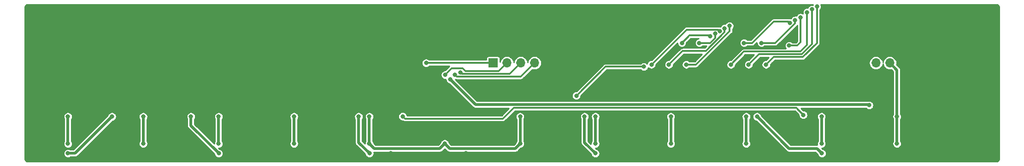
<source format=gbr>
G04 #@! TF.GenerationSoftware,KiCad,Pcbnew,(5.1.2)-2*
G04 #@! TF.CreationDate,2019-07-30T15:23:27+02:00*
G04 #@! TF.ProjectId,sensor_array_13_sensors,73656e73-6f72-45f6-9172-7261795f3133,1*
G04 #@! TF.SameCoordinates,Original*
G04 #@! TF.FileFunction,Copper,L2,Bot*
G04 #@! TF.FilePolarity,Positive*
%FSLAX46Y46*%
G04 Gerber Fmt 4.6, Leading zero omitted, Abs format (unit mm)*
G04 Created by KiCad (PCBNEW (5.1.2)-2) date 2019-07-30 15:23:27*
%MOMM*%
%LPD*%
G04 APERTURE LIST*
%ADD10R,1.700000X1.700000*%
%ADD11O,1.700000X1.700000*%
%ADD12C,0.700000*%
%ADD13C,4.400000*%
%ADD14C,0.800000*%
%ADD15C,0.500000*%
%ADD16C,0.300000*%
%ADD17C,0.254000*%
G04 APERTURE END LIST*
D10*
X116500000Y-41300000D03*
D11*
X119040000Y-41300000D03*
X121580000Y-41300000D03*
X124120000Y-41300000D03*
D12*
X36166726Y-33833274D03*
X35000000Y-33350000D03*
X33833274Y-33833274D03*
X33350000Y-35000000D03*
X33833274Y-36166726D03*
X35000000Y-36650000D03*
X36166726Y-36166726D03*
X36650000Y-35000000D03*
D13*
X35000000Y-35000000D03*
X35000000Y-50000000D03*
D12*
X36650000Y-50000000D03*
X36166726Y-51166726D03*
X35000000Y-51650000D03*
X33833274Y-51166726D03*
X33350000Y-50000000D03*
X33833274Y-48833274D03*
X35000000Y-48350000D03*
X36166726Y-48833274D03*
X181166726Y-38833274D03*
X180000000Y-38350000D03*
X178833274Y-38833274D03*
X178350000Y-40000000D03*
X178833274Y-41166726D03*
X180000000Y-41650000D03*
X181166726Y-41166726D03*
X181650000Y-40000000D03*
D13*
X180000000Y-40000000D03*
X60000000Y-40000000D03*
D12*
X61650000Y-40000000D03*
X61166726Y-41166726D03*
X60000000Y-41650000D03*
X58833274Y-41166726D03*
X58350000Y-40000000D03*
X58833274Y-38833274D03*
X60000000Y-38350000D03*
X61166726Y-38833274D03*
X206166726Y-33833274D03*
X205000000Y-33350000D03*
X203833274Y-33833274D03*
X203350000Y-35000000D03*
X203833274Y-36166726D03*
X205000000Y-36650000D03*
X206166726Y-36166726D03*
X206650000Y-35000000D03*
D13*
X205000000Y-35000000D03*
X205000000Y-50000000D03*
D12*
X206650000Y-50000000D03*
X206166726Y-51166726D03*
X205000000Y-51650000D03*
X203833274Y-51166726D03*
X203350000Y-50000000D03*
X203833274Y-48833274D03*
X205000000Y-48350000D03*
X206166726Y-48833274D03*
D10*
X184300000Y-41300000D03*
D11*
X186840000Y-41300000D03*
X189380000Y-41300000D03*
D14*
X56207142Y-58000000D03*
X70042856Y-58000000D03*
X83878570Y-58000000D03*
X97714284Y-58000000D03*
X111549998Y-58000000D03*
X125385712Y-58000000D03*
X139221426Y-58000000D03*
X153057140Y-58000000D03*
X166892854Y-58000000D03*
X180728568Y-58000000D03*
X194564282Y-58000000D03*
X106500000Y-53000000D03*
X108500000Y-53000000D03*
X106500000Y-49000000D03*
X108500000Y-49000000D03*
X106500000Y-46000000D03*
X107500000Y-46000000D03*
X100600000Y-43700000D03*
X102100000Y-42200000D03*
X208000000Y-57000000D03*
X99900000Y-49999996D03*
X105400000Y-42300000D03*
X42400000Y-58000000D03*
X117600000Y-50650010D03*
X121469224Y-51200000D03*
X176853836Y-51200000D03*
X52238459Y-51200000D03*
X79930765Y-51200000D03*
X163007683Y-51200000D03*
X149161530Y-51200000D03*
X66084612Y-51200000D03*
X93776918Y-51200000D03*
X190700000Y-51200000D03*
X38392306Y-51200000D03*
X135315377Y-51200000D03*
X190700000Y-56200000D03*
X176853836Y-56200000D03*
X163007683Y-56200000D03*
X149161530Y-56200000D03*
X135315377Y-56200000D03*
X121469224Y-56200000D03*
X107623071Y-56200000D03*
X93776918Y-56200000D03*
X79930765Y-56200000D03*
X66084612Y-56200000D03*
X52238459Y-56200000D03*
X38392306Y-56200000D03*
X108650000Y-44350000D03*
X185600004Y-49100000D03*
X152000000Y-41600000D03*
X159938018Y-34449946D03*
X148800000Y-41600000D03*
X159043418Y-34920087D03*
X145600000Y-41600000D03*
X158166739Y-35401188D03*
X157300000Y-35900077D03*
X154400000Y-37600000D03*
X151200000Y-37600000D03*
X156400000Y-36400090D03*
X109500000Y-43500000D03*
X110500000Y-43050000D03*
X107700000Y-43500000D03*
X104200000Y-41300000D03*
X99900034Y-51175000D03*
X173500000Y-50900000D03*
X131800000Y-47349989D03*
X144199986Y-42000000D03*
X38400000Y-58000000D03*
X46500000Y-51200000D03*
X66100000Y-58000000D03*
X61000000Y-51200000D03*
X93800000Y-58000000D03*
X91800000Y-51200000D03*
X135300000Y-58000000D03*
X133300000Y-51200000D03*
X176900000Y-58000000D03*
X165000000Y-51200000D03*
X162600000Y-37600000D03*
X170999994Y-33900000D03*
X160200000Y-41600000D03*
X174207658Y-31936978D03*
X165800000Y-37600000D03*
X172000000Y-33400000D03*
X163450010Y-41600000D03*
X175100000Y-31400000D03*
X173000000Y-32900000D03*
X170900000Y-38099992D03*
X166650010Y-41600000D03*
X176000000Y-30900000D03*
D15*
X38392306Y-51200000D02*
X38392306Y-56200000D01*
X52238459Y-56200000D02*
X52238459Y-51200000D01*
X66084612Y-51200000D02*
X66084612Y-56200000D01*
X79930765Y-56200000D02*
X79930765Y-51200000D01*
X93776918Y-51200000D02*
X93776918Y-56200000D01*
X121469224Y-56200000D02*
X121469224Y-51200000D01*
X135315377Y-51200000D02*
X135315377Y-56200000D01*
X149161530Y-56200000D02*
X149161530Y-51200000D01*
X163007683Y-51200000D02*
X163007683Y-56200000D01*
X176853836Y-56200000D02*
X176853836Y-51200000D01*
X190700000Y-51200000D02*
X190700000Y-56200000D01*
X106723071Y-57100000D02*
X107623071Y-56200000D01*
X93776918Y-56200000D02*
X94676918Y-57100000D01*
X94676918Y-57100000D02*
X106723071Y-57100000D01*
X120569224Y-57100000D02*
X121469224Y-56200000D01*
X107623071Y-56200000D02*
X108523071Y-57100000D01*
X108523071Y-57100000D02*
X120569224Y-57100000D01*
X190700000Y-42620000D02*
X189380000Y-41300000D01*
X190700000Y-51200000D02*
X190700000Y-42620000D01*
X185499993Y-48999989D02*
X185600004Y-49100000D01*
X108650000Y-44350000D02*
X113299989Y-48999989D01*
X113299989Y-48999989D02*
X185499993Y-48999989D01*
D16*
X153800000Y-41600000D02*
X152000000Y-41600000D01*
X159938018Y-35461982D02*
X153800000Y-41600000D01*
X159938018Y-34449946D02*
X159938018Y-35461982D01*
X159043418Y-35649460D02*
X155592889Y-39099989D01*
X151300011Y-39099989D02*
X148800000Y-41600000D01*
X155592889Y-39099989D02*
X151300011Y-39099989D01*
X159043418Y-34920087D02*
X159043418Y-35649460D01*
X157915584Y-35150033D02*
X152049967Y-35150033D01*
X158166739Y-35401188D02*
X157915584Y-35150033D01*
X152049967Y-35150033D02*
X145600000Y-41600000D01*
X157300000Y-36685756D02*
X156385756Y-37600000D01*
X156385756Y-37600000D02*
X154400000Y-37600000D01*
X157300000Y-35900077D02*
X157300000Y-36685756D01*
X152600041Y-36199959D02*
X151200000Y-37600000D01*
X156400000Y-36400090D02*
X156199869Y-36199959D01*
X156199869Y-36199959D02*
X152600041Y-36199959D01*
X121620000Y-43800000D02*
X124120000Y-41300000D01*
X109500000Y-43500000D02*
X109800000Y-43800000D01*
X109800000Y-43800000D02*
X121620000Y-43800000D01*
X120730001Y-42149999D02*
X121580000Y-41300000D01*
X110500000Y-43050000D02*
X110749989Y-43299989D01*
X119580011Y-43299989D02*
X120730001Y-42149999D01*
X110749989Y-43299989D02*
X119580011Y-43299989D01*
X118190001Y-42149999D02*
X119040000Y-41300000D01*
X108900000Y-42300000D02*
X110900000Y-42300000D01*
X110900000Y-42300000D02*
X111399978Y-42799978D01*
X111399978Y-42799978D02*
X117540022Y-42799978D01*
X117540022Y-42799978D02*
X118190001Y-42149999D01*
X107700000Y-43500000D02*
X108900000Y-42300000D01*
X104200000Y-41300000D02*
X116500000Y-41300000D01*
X172200000Y-49600000D02*
X173500000Y-50900000D01*
X120300000Y-49600000D02*
X172200000Y-49600000D01*
X118325001Y-51574999D02*
X120300000Y-49600000D01*
X99900034Y-51175000D02*
X100300033Y-51574999D01*
X100300033Y-51574999D02*
X118325001Y-51574999D01*
X137149989Y-42000000D02*
X144199986Y-42000000D01*
X131800000Y-47349989D02*
X137149989Y-42000000D01*
D15*
X38400000Y-58000000D02*
X39700000Y-58000000D01*
X39700000Y-58000000D02*
X46500000Y-51200000D01*
X61000000Y-52900000D02*
X61000000Y-51200000D01*
X66100000Y-58000000D02*
X61000000Y-52900000D01*
X93800000Y-58000000D02*
X91800000Y-56000000D01*
X91800000Y-56000000D02*
X91800000Y-51200000D01*
X133300000Y-56000000D02*
X133300000Y-51200000D01*
X135300000Y-58000000D02*
X133300000Y-56000000D01*
X170900000Y-57100000D02*
X165000000Y-51200000D01*
X176900000Y-58000000D02*
X176000000Y-57100000D01*
X176000000Y-57100000D02*
X170900000Y-57100000D01*
D16*
X164100000Y-37600000D02*
X162600000Y-37600000D01*
X168049997Y-33650003D02*
X164100000Y-37600000D01*
X170999994Y-33900000D02*
X170749997Y-33650003D01*
X170749997Y-33650003D02*
X168049997Y-33650003D01*
X162600020Y-39199980D02*
X160200000Y-41600000D01*
X173000020Y-39199980D02*
X162600020Y-39199980D01*
X174207658Y-37992342D02*
X173000020Y-39199980D01*
X174207658Y-31936978D02*
X174207658Y-37992342D01*
X168365685Y-37600000D02*
X165800000Y-37600000D01*
X172000000Y-33965685D02*
X168365685Y-37600000D01*
X172000000Y-33400000D02*
X172000000Y-33965685D01*
X165350021Y-39699989D02*
X163450010Y-41600000D01*
X175100000Y-31400000D02*
X175100000Y-37807122D01*
X173207133Y-39699989D02*
X165350021Y-39699989D01*
X175100000Y-37807122D02*
X173207133Y-39699989D01*
X170900008Y-38100000D02*
X170900000Y-38099992D01*
X172400000Y-38100000D02*
X170900008Y-38100000D01*
X173000000Y-32900000D02*
X173000000Y-37500000D01*
X173000000Y-37500000D02*
X172400000Y-38100000D01*
X168050010Y-40200000D02*
X166650010Y-41600000D01*
X173414244Y-40200000D02*
X168050010Y-40200000D01*
X176000000Y-30900000D02*
X176000000Y-37614244D01*
X176000000Y-37614244D02*
X173414244Y-40200000D01*
D17*
G36*
X175235830Y-30583817D02*
G01*
X175181452Y-30573000D01*
X175018548Y-30573000D01*
X174858773Y-30604782D01*
X174708269Y-30667123D01*
X174572819Y-30757628D01*
X174457628Y-30872819D01*
X174367123Y-31008269D01*
X174322262Y-31116573D01*
X174289110Y-31109978D01*
X174126206Y-31109978D01*
X173966431Y-31141760D01*
X173815927Y-31204101D01*
X173680477Y-31294606D01*
X173565286Y-31409797D01*
X173474781Y-31545247D01*
X173412440Y-31695751D01*
X173380658Y-31855526D01*
X173380658Y-32018430D01*
X173412440Y-32178205D01*
X173414018Y-32182015D01*
X173391731Y-32167123D01*
X173241227Y-32104782D01*
X173081452Y-32073000D01*
X172918548Y-32073000D01*
X172758773Y-32104782D01*
X172608269Y-32167123D01*
X172472819Y-32257628D01*
X172357628Y-32372819D01*
X172267123Y-32508269D01*
X172228218Y-32602194D01*
X172081452Y-32573000D01*
X171918548Y-32573000D01*
X171758773Y-32604782D01*
X171608269Y-32667123D01*
X171472819Y-32757628D01*
X171357628Y-32872819D01*
X171267123Y-33008269D01*
X171228217Y-33102195D01*
X171081446Y-33073000D01*
X170918542Y-33073000D01*
X170868433Y-33082967D01*
X170863108Y-33081352D01*
X170808042Y-33075929D01*
X170778333Y-33073003D01*
X170778328Y-33073003D01*
X170749997Y-33070213D01*
X170721666Y-33073003D01*
X168078325Y-33073003D01*
X168049996Y-33070213D01*
X168021667Y-33073003D01*
X168021661Y-33073003D01*
X167936885Y-33081353D01*
X167828121Y-33114346D01*
X167727882Y-33167924D01*
X167640023Y-33240029D01*
X167621958Y-33262041D01*
X163860999Y-37023000D01*
X163192553Y-37023000D01*
X163127181Y-36957628D01*
X162991731Y-36867123D01*
X162841227Y-36804782D01*
X162681452Y-36773000D01*
X162518548Y-36773000D01*
X162358773Y-36804782D01*
X162208269Y-36867123D01*
X162072819Y-36957628D01*
X161957628Y-37072819D01*
X161867123Y-37208269D01*
X161804782Y-37358773D01*
X161773000Y-37518548D01*
X161773000Y-37681452D01*
X161804782Y-37841227D01*
X161867123Y-37991731D01*
X161957628Y-38127181D01*
X162072819Y-38242372D01*
X162208269Y-38332877D01*
X162358773Y-38395218D01*
X162518548Y-38427000D01*
X162681452Y-38427000D01*
X162841227Y-38395218D01*
X162991731Y-38332877D01*
X163127181Y-38242372D01*
X163192553Y-38177000D01*
X164071669Y-38177000D01*
X164100000Y-38179790D01*
X164128331Y-38177000D01*
X164128336Y-38177000D01*
X164158045Y-38174074D01*
X164213111Y-38168651D01*
X164257770Y-38155103D01*
X164321876Y-38135657D01*
X164422115Y-38082079D01*
X164509974Y-38009974D01*
X164528039Y-37987962D01*
X164973000Y-37543001D01*
X164973000Y-37681452D01*
X165004782Y-37841227D01*
X165067123Y-37991731D01*
X165157628Y-38127181D01*
X165272819Y-38242372D01*
X165408269Y-38332877D01*
X165558773Y-38395218D01*
X165718548Y-38427000D01*
X165881452Y-38427000D01*
X166041227Y-38395218D01*
X166191731Y-38332877D01*
X166327181Y-38242372D01*
X166392553Y-38177000D01*
X168337354Y-38177000D01*
X168365685Y-38179790D01*
X168394016Y-38177000D01*
X168394021Y-38177000D01*
X168423730Y-38174074D01*
X168478796Y-38168651D01*
X168523455Y-38155103D01*
X168587561Y-38135657D01*
X168687800Y-38082079D01*
X168775659Y-38009974D01*
X168793724Y-37987962D01*
X172387962Y-34393724D01*
X172409974Y-34375659D01*
X172423000Y-34359787D01*
X172423001Y-37260997D01*
X172160999Y-37523000D01*
X171492561Y-37523000D01*
X171427181Y-37457620D01*
X171291731Y-37367115D01*
X171141227Y-37304774D01*
X170981452Y-37272992D01*
X170818548Y-37272992D01*
X170658773Y-37304774D01*
X170508269Y-37367115D01*
X170372819Y-37457620D01*
X170257628Y-37572811D01*
X170167123Y-37708261D01*
X170104782Y-37858765D01*
X170073000Y-38018540D01*
X170073000Y-38181444D01*
X170104782Y-38341219D01*
X170167123Y-38491723D01*
X170254826Y-38622980D01*
X162628351Y-38622980D01*
X162600020Y-38620190D01*
X162571689Y-38622980D01*
X162571684Y-38622980D01*
X162544906Y-38625617D01*
X162486908Y-38631329D01*
X162422802Y-38650776D01*
X162378144Y-38664323D01*
X162277905Y-38717901D01*
X162190046Y-38790006D01*
X162171983Y-38812016D01*
X160210999Y-40773000D01*
X160118548Y-40773000D01*
X159958773Y-40804782D01*
X159808269Y-40867123D01*
X159672819Y-40957628D01*
X159557628Y-41072819D01*
X159467123Y-41208269D01*
X159404782Y-41358773D01*
X159373000Y-41518548D01*
X159373000Y-41681452D01*
X159404782Y-41841227D01*
X159467123Y-41991731D01*
X159557628Y-42127181D01*
X159672819Y-42242372D01*
X159808269Y-42332877D01*
X159958773Y-42395218D01*
X160118548Y-42427000D01*
X160281452Y-42427000D01*
X160441227Y-42395218D01*
X160591731Y-42332877D01*
X160727181Y-42242372D01*
X160842372Y-42127181D01*
X160932877Y-41991731D01*
X160995218Y-41841227D01*
X161027000Y-41681452D01*
X161027000Y-41589001D01*
X162839021Y-39776980D01*
X164457029Y-39776980D01*
X163461009Y-40773000D01*
X163368558Y-40773000D01*
X163208783Y-40804782D01*
X163058279Y-40867123D01*
X162922829Y-40957628D01*
X162807638Y-41072819D01*
X162717133Y-41208269D01*
X162654792Y-41358773D01*
X162623010Y-41518548D01*
X162623010Y-41681452D01*
X162654792Y-41841227D01*
X162717133Y-41991731D01*
X162807638Y-42127181D01*
X162922829Y-42242372D01*
X163058279Y-42332877D01*
X163208783Y-42395218D01*
X163368558Y-42427000D01*
X163531462Y-42427000D01*
X163691237Y-42395218D01*
X163841741Y-42332877D01*
X163977191Y-42242372D01*
X164092382Y-42127181D01*
X164182887Y-41991731D01*
X164245228Y-41841227D01*
X164277010Y-41681452D01*
X164277010Y-41589001D01*
X165589022Y-40276989D01*
X167157019Y-40276989D01*
X166661009Y-40773000D01*
X166568558Y-40773000D01*
X166408783Y-40804782D01*
X166258279Y-40867123D01*
X166122829Y-40957628D01*
X166007638Y-41072819D01*
X165917133Y-41208269D01*
X165854792Y-41358773D01*
X165823010Y-41518548D01*
X165823010Y-41681452D01*
X165854792Y-41841227D01*
X165917133Y-41991731D01*
X166007638Y-42127181D01*
X166122829Y-42242372D01*
X166258279Y-42332877D01*
X166408783Y-42395218D01*
X166568558Y-42427000D01*
X166731462Y-42427000D01*
X166891237Y-42395218D01*
X167041741Y-42332877D01*
X167177191Y-42242372D01*
X167292382Y-42127181D01*
X167382887Y-41991731D01*
X167445228Y-41841227D01*
X167477010Y-41681452D01*
X167477010Y-41589001D01*
X167766011Y-41300000D01*
X185556822Y-41300000D01*
X185581478Y-41550336D01*
X185654498Y-41791051D01*
X185773076Y-42012896D01*
X185932656Y-42207344D01*
X186127104Y-42366924D01*
X186348949Y-42485502D01*
X186589664Y-42558522D01*
X186777274Y-42577000D01*
X186902726Y-42577000D01*
X187090336Y-42558522D01*
X187331051Y-42485502D01*
X187552896Y-42366924D01*
X187747344Y-42207344D01*
X187906924Y-42012896D01*
X188025502Y-41791051D01*
X188098522Y-41550336D01*
X188110000Y-41433798D01*
X188121478Y-41550336D01*
X188194498Y-41791051D01*
X188313076Y-42012896D01*
X188472656Y-42207344D01*
X188667104Y-42366924D01*
X188888949Y-42485502D01*
X189129664Y-42558522D01*
X189317274Y-42577000D01*
X189442726Y-42577000D01*
X189630336Y-42558522D01*
X189669285Y-42546707D01*
X190023001Y-42900424D01*
X190023000Y-50724643D01*
X189967123Y-50808269D01*
X189904782Y-50958773D01*
X189873000Y-51118548D01*
X189873000Y-51281452D01*
X189904782Y-51441227D01*
X189967123Y-51591731D01*
X190023000Y-51675357D01*
X190023001Y-55724642D01*
X189967123Y-55808269D01*
X189904782Y-55958773D01*
X189873000Y-56118548D01*
X189873000Y-56281452D01*
X189904782Y-56441227D01*
X189967123Y-56591731D01*
X190057628Y-56727181D01*
X190172819Y-56842372D01*
X190308269Y-56932877D01*
X190458773Y-56995218D01*
X190618548Y-57027000D01*
X190781452Y-57027000D01*
X190941227Y-56995218D01*
X191091731Y-56932877D01*
X191227181Y-56842372D01*
X191342372Y-56727181D01*
X191432877Y-56591731D01*
X191495218Y-56441227D01*
X191527000Y-56281452D01*
X191527000Y-56118548D01*
X191495218Y-55958773D01*
X191432877Y-55808269D01*
X191377000Y-55724643D01*
X191377000Y-51675357D01*
X191432877Y-51591731D01*
X191495218Y-51441227D01*
X191527000Y-51281452D01*
X191527000Y-51118548D01*
X191495218Y-50958773D01*
X191432877Y-50808269D01*
X191377000Y-50724643D01*
X191377000Y-42653245D01*
X191380274Y-42620000D01*
X191377000Y-42586755D01*
X191377000Y-42586748D01*
X191367204Y-42487285D01*
X191328492Y-42359670D01*
X191265628Y-42242059D01*
X191212235Y-42177000D01*
X191202224Y-42164801D01*
X191202222Y-42164799D01*
X191181027Y-42138973D01*
X191155201Y-42117778D01*
X190626707Y-41589285D01*
X190638522Y-41550336D01*
X190663178Y-41300000D01*
X190638522Y-41049664D01*
X190565502Y-40808949D01*
X190446924Y-40587104D01*
X190287344Y-40392656D01*
X190092896Y-40233076D01*
X189871051Y-40114498D01*
X189630336Y-40041478D01*
X189442726Y-40023000D01*
X189317274Y-40023000D01*
X189129664Y-40041478D01*
X188888949Y-40114498D01*
X188667104Y-40233076D01*
X188472656Y-40392656D01*
X188313076Y-40587104D01*
X188194498Y-40808949D01*
X188121478Y-41049664D01*
X188110000Y-41166202D01*
X188098522Y-41049664D01*
X188025502Y-40808949D01*
X187906924Y-40587104D01*
X187747344Y-40392656D01*
X187552896Y-40233076D01*
X187331051Y-40114498D01*
X187090336Y-40041478D01*
X186902726Y-40023000D01*
X186777274Y-40023000D01*
X186589664Y-40041478D01*
X186348949Y-40114498D01*
X186127104Y-40233076D01*
X185932656Y-40392656D01*
X185773076Y-40587104D01*
X185654498Y-40808949D01*
X185581478Y-41049664D01*
X185556822Y-41300000D01*
X167766011Y-41300000D01*
X168289012Y-40777000D01*
X173385913Y-40777000D01*
X173414244Y-40779790D01*
X173442575Y-40777000D01*
X173442580Y-40777000D01*
X173472289Y-40774074D01*
X173527355Y-40768651D01*
X173572014Y-40755103D01*
X173636120Y-40735657D01*
X173736359Y-40682079D01*
X173824218Y-40609974D01*
X173842283Y-40587962D01*
X176387967Y-38042279D01*
X176409974Y-38024218D01*
X176436134Y-37992343D01*
X176444557Y-37982079D01*
X176482079Y-37936359D01*
X176535657Y-37836120D01*
X176568650Y-37727356D01*
X176577000Y-37642580D01*
X176577000Y-37642574D01*
X176579790Y-37614245D01*
X176577000Y-37585916D01*
X176577000Y-31492553D01*
X176642372Y-31427181D01*
X176732877Y-31291731D01*
X176795218Y-31141227D01*
X176827000Y-30981452D01*
X176827000Y-30818548D01*
X176795218Y-30658773D01*
X176740636Y-30527000D01*
X209147394Y-30527000D01*
X209473000Y-30852606D01*
X209473000Y-59147394D01*
X209147394Y-59473000D01*
X30852606Y-59473000D01*
X30527000Y-59147394D01*
X30527000Y-57918548D01*
X37573000Y-57918548D01*
X37573000Y-58081452D01*
X37604782Y-58241227D01*
X37667123Y-58391731D01*
X37757628Y-58527181D01*
X37872819Y-58642372D01*
X38008269Y-58732877D01*
X38158773Y-58795218D01*
X38318548Y-58827000D01*
X38481452Y-58827000D01*
X38641227Y-58795218D01*
X38791731Y-58732877D01*
X38875357Y-58677000D01*
X39666755Y-58677000D01*
X39700000Y-58680274D01*
X39733245Y-58677000D01*
X39733252Y-58677000D01*
X39832715Y-58667204D01*
X39960330Y-58628492D01*
X40077941Y-58565628D01*
X40181027Y-58481027D01*
X40202226Y-58455196D01*
X46642582Y-52014840D01*
X46741227Y-51995218D01*
X46891731Y-51932877D01*
X47027181Y-51842372D01*
X47142372Y-51727181D01*
X47232877Y-51591731D01*
X47295218Y-51441227D01*
X47327000Y-51281452D01*
X47327000Y-51118548D01*
X51411459Y-51118548D01*
X51411459Y-51281452D01*
X51443241Y-51441227D01*
X51505582Y-51591731D01*
X51561460Y-51675358D01*
X51561459Y-55724643D01*
X51505582Y-55808269D01*
X51443241Y-55958773D01*
X51411459Y-56118548D01*
X51411459Y-56281452D01*
X51443241Y-56441227D01*
X51505582Y-56591731D01*
X51596087Y-56727181D01*
X51711278Y-56842372D01*
X51846728Y-56932877D01*
X51997232Y-56995218D01*
X52157007Y-57027000D01*
X52319911Y-57027000D01*
X52479686Y-56995218D01*
X52630190Y-56932877D01*
X52765640Y-56842372D01*
X52880831Y-56727181D01*
X52971336Y-56591731D01*
X53033677Y-56441227D01*
X53065459Y-56281452D01*
X53065459Y-56118548D01*
X53033677Y-55958773D01*
X52971336Y-55808269D01*
X52915459Y-55724643D01*
X52915459Y-51675357D01*
X52971336Y-51591731D01*
X53033677Y-51441227D01*
X53065459Y-51281452D01*
X53065459Y-51118548D01*
X60173000Y-51118548D01*
X60173000Y-51281452D01*
X60204782Y-51441227D01*
X60267123Y-51591731D01*
X60323001Y-51675358D01*
X60323000Y-52866755D01*
X60319726Y-52900000D01*
X60323000Y-52933245D01*
X60323000Y-52933251D01*
X60332796Y-53032714D01*
X60371508Y-53160329D01*
X60434372Y-53277940D01*
X60518973Y-53381026D01*
X60544800Y-53402222D01*
X65285160Y-58142582D01*
X65304782Y-58241227D01*
X65367123Y-58391731D01*
X65457628Y-58527181D01*
X65572819Y-58642372D01*
X65708269Y-58732877D01*
X65858773Y-58795218D01*
X66018548Y-58827000D01*
X66181452Y-58827000D01*
X66341227Y-58795218D01*
X66491731Y-58732877D01*
X66627181Y-58642372D01*
X66742372Y-58527181D01*
X66832877Y-58391731D01*
X66895218Y-58241227D01*
X66927000Y-58081452D01*
X66927000Y-57918548D01*
X66895218Y-57758773D01*
X66832877Y-57608269D01*
X66742372Y-57472819D01*
X66627181Y-57357628D01*
X66491731Y-57267123D01*
X66341227Y-57204782D01*
X66242582Y-57185160D01*
X66084422Y-57027000D01*
X66166064Y-57027000D01*
X66325839Y-56995218D01*
X66476343Y-56932877D01*
X66611793Y-56842372D01*
X66726984Y-56727181D01*
X66817489Y-56591731D01*
X66879830Y-56441227D01*
X66911612Y-56281452D01*
X66911612Y-56118548D01*
X66879830Y-55958773D01*
X66817489Y-55808269D01*
X66761612Y-55724643D01*
X66761612Y-51675357D01*
X66817489Y-51591731D01*
X66879830Y-51441227D01*
X66911612Y-51281452D01*
X66911612Y-51118548D01*
X79103765Y-51118548D01*
X79103765Y-51281452D01*
X79135547Y-51441227D01*
X79197888Y-51591731D01*
X79253766Y-51675358D01*
X79253765Y-55724643D01*
X79197888Y-55808269D01*
X79135547Y-55958773D01*
X79103765Y-56118548D01*
X79103765Y-56281452D01*
X79135547Y-56441227D01*
X79197888Y-56591731D01*
X79288393Y-56727181D01*
X79403584Y-56842372D01*
X79539034Y-56932877D01*
X79689538Y-56995218D01*
X79849313Y-57027000D01*
X80012217Y-57027000D01*
X80171992Y-56995218D01*
X80322496Y-56932877D01*
X80457946Y-56842372D01*
X80573137Y-56727181D01*
X80663642Y-56591731D01*
X80725983Y-56441227D01*
X80757765Y-56281452D01*
X80757765Y-56118548D01*
X80725983Y-55958773D01*
X80663642Y-55808269D01*
X80607765Y-55724643D01*
X80607765Y-51675357D01*
X80663642Y-51591731D01*
X80725983Y-51441227D01*
X80757765Y-51281452D01*
X80757765Y-51118548D01*
X90973000Y-51118548D01*
X90973000Y-51281452D01*
X91004782Y-51441227D01*
X91067123Y-51591731D01*
X91123001Y-51675358D01*
X91123000Y-55966755D01*
X91119726Y-56000000D01*
X91123000Y-56033245D01*
X91123000Y-56033251D01*
X91126352Y-56067286D01*
X91132796Y-56132714D01*
X91171508Y-56260329D01*
X91234372Y-56377940D01*
X91286311Y-56441227D01*
X91318973Y-56481026D01*
X91344800Y-56502222D01*
X92985160Y-58142582D01*
X93004782Y-58241227D01*
X93067123Y-58391731D01*
X93157628Y-58527181D01*
X93272819Y-58642372D01*
X93408269Y-58732877D01*
X93558773Y-58795218D01*
X93718548Y-58827000D01*
X93881452Y-58827000D01*
X94041227Y-58795218D01*
X94191731Y-58732877D01*
X94327181Y-58642372D01*
X94442372Y-58527181D01*
X94532877Y-58391731D01*
X94595218Y-58241227D01*
X94627000Y-58081452D01*
X94627000Y-57918548D01*
X94597948Y-57772497D01*
X94643666Y-57777000D01*
X94643675Y-57777000D01*
X94676917Y-57780274D01*
X94710159Y-57777000D01*
X106689826Y-57777000D01*
X106723071Y-57780274D01*
X106756316Y-57777000D01*
X106756323Y-57777000D01*
X106855786Y-57767204D01*
X106983401Y-57728492D01*
X107101012Y-57665628D01*
X107204098Y-57581027D01*
X107225297Y-57555196D01*
X107623071Y-57157422D01*
X108020845Y-57555196D01*
X108042044Y-57581027D01*
X108145130Y-57665628D01*
X108262741Y-57728492D01*
X108390356Y-57767204D01*
X108489819Y-57777000D01*
X108489828Y-57777000D01*
X108523070Y-57780274D01*
X108556312Y-57777000D01*
X120535979Y-57777000D01*
X120569224Y-57780274D01*
X120602469Y-57777000D01*
X120602476Y-57777000D01*
X120701939Y-57767204D01*
X120829554Y-57728492D01*
X120947165Y-57665628D01*
X121050251Y-57581027D01*
X121071450Y-57555196D01*
X121611806Y-57014840D01*
X121710451Y-56995218D01*
X121860955Y-56932877D01*
X121996405Y-56842372D01*
X122111596Y-56727181D01*
X122202101Y-56591731D01*
X122264442Y-56441227D01*
X122296224Y-56281452D01*
X122296224Y-56118548D01*
X122264442Y-55958773D01*
X122202101Y-55808269D01*
X122146224Y-55724643D01*
X122146224Y-51675357D01*
X122202101Y-51591731D01*
X122264442Y-51441227D01*
X122296224Y-51281452D01*
X122296224Y-51118548D01*
X132473000Y-51118548D01*
X132473000Y-51281452D01*
X132504782Y-51441227D01*
X132567123Y-51591731D01*
X132623001Y-51675358D01*
X132623000Y-55966755D01*
X132619726Y-56000000D01*
X132623000Y-56033245D01*
X132623000Y-56033251D01*
X132626352Y-56067286D01*
X132632796Y-56132714D01*
X132671508Y-56260329D01*
X132734372Y-56377940D01*
X132786311Y-56441227D01*
X132818973Y-56481026D01*
X132844800Y-56502222D01*
X134485160Y-58142582D01*
X134504782Y-58241227D01*
X134567123Y-58391731D01*
X134657628Y-58527181D01*
X134772819Y-58642372D01*
X134908269Y-58732877D01*
X135058773Y-58795218D01*
X135218548Y-58827000D01*
X135381452Y-58827000D01*
X135541227Y-58795218D01*
X135691731Y-58732877D01*
X135827181Y-58642372D01*
X135942372Y-58527181D01*
X136032877Y-58391731D01*
X136095218Y-58241227D01*
X136127000Y-58081452D01*
X136127000Y-57918548D01*
X136095218Y-57758773D01*
X136032877Y-57608269D01*
X135942372Y-57472819D01*
X135827181Y-57357628D01*
X135691731Y-57267123D01*
X135541227Y-57204782D01*
X135442582Y-57185160D01*
X135284422Y-57027000D01*
X135396829Y-57027000D01*
X135556604Y-56995218D01*
X135707108Y-56932877D01*
X135842558Y-56842372D01*
X135957749Y-56727181D01*
X136048254Y-56591731D01*
X136110595Y-56441227D01*
X136142377Y-56281452D01*
X136142377Y-56118548D01*
X136110595Y-55958773D01*
X136048254Y-55808269D01*
X135992377Y-55724643D01*
X135992377Y-51675357D01*
X136048254Y-51591731D01*
X136110595Y-51441227D01*
X136142377Y-51281452D01*
X136142377Y-51118548D01*
X148334530Y-51118548D01*
X148334530Y-51281452D01*
X148366312Y-51441227D01*
X148428653Y-51591731D01*
X148484531Y-51675358D01*
X148484530Y-55724643D01*
X148428653Y-55808269D01*
X148366312Y-55958773D01*
X148334530Y-56118548D01*
X148334530Y-56281452D01*
X148366312Y-56441227D01*
X148428653Y-56591731D01*
X148519158Y-56727181D01*
X148634349Y-56842372D01*
X148769799Y-56932877D01*
X148920303Y-56995218D01*
X149080078Y-57027000D01*
X149242982Y-57027000D01*
X149402757Y-56995218D01*
X149553261Y-56932877D01*
X149688711Y-56842372D01*
X149803902Y-56727181D01*
X149894407Y-56591731D01*
X149956748Y-56441227D01*
X149988530Y-56281452D01*
X149988530Y-56118548D01*
X149956748Y-55958773D01*
X149894407Y-55808269D01*
X149838530Y-55724643D01*
X149838530Y-51675357D01*
X149894407Y-51591731D01*
X149956748Y-51441227D01*
X149988530Y-51281452D01*
X149988530Y-51118548D01*
X162180683Y-51118548D01*
X162180683Y-51281452D01*
X162212465Y-51441227D01*
X162274806Y-51591731D01*
X162330683Y-51675357D01*
X162330684Y-55724642D01*
X162274806Y-55808269D01*
X162212465Y-55958773D01*
X162180683Y-56118548D01*
X162180683Y-56281452D01*
X162212465Y-56441227D01*
X162274806Y-56591731D01*
X162365311Y-56727181D01*
X162480502Y-56842372D01*
X162615952Y-56932877D01*
X162766456Y-56995218D01*
X162926231Y-57027000D01*
X163089135Y-57027000D01*
X163248910Y-56995218D01*
X163399414Y-56932877D01*
X163534864Y-56842372D01*
X163650055Y-56727181D01*
X163740560Y-56591731D01*
X163802901Y-56441227D01*
X163834683Y-56281452D01*
X163834683Y-56118548D01*
X163802901Y-55958773D01*
X163740560Y-55808269D01*
X163684683Y-55724643D01*
X163684683Y-51675357D01*
X163740560Y-51591731D01*
X163802901Y-51441227D01*
X163834683Y-51281452D01*
X163834683Y-51118548D01*
X164173000Y-51118548D01*
X164173000Y-51281452D01*
X164204782Y-51441227D01*
X164267123Y-51591731D01*
X164357628Y-51727181D01*
X164472819Y-51842372D01*
X164608269Y-51932877D01*
X164758773Y-51995218D01*
X164857418Y-52014840D01*
X170397774Y-57555196D01*
X170418973Y-57581027D01*
X170522059Y-57665628D01*
X170639670Y-57728492D01*
X170767285Y-57767204D01*
X170866748Y-57777000D01*
X170866754Y-57777000D01*
X170899999Y-57780274D01*
X170933244Y-57777000D01*
X175719578Y-57777000D01*
X176085160Y-58142582D01*
X176104782Y-58241227D01*
X176167123Y-58391731D01*
X176257628Y-58527181D01*
X176372819Y-58642372D01*
X176508269Y-58732877D01*
X176658773Y-58795218D01*
X176818548Y-58827000D01*
X176981452Y-58827000D01*
X177141227Y-58795218D01*
X177291731Y-58732877D01*
X177427181Y-58642372D01*
X177542372Y-58527181D01*
X177632877Y-58391731D01*
X177695218Y-58241227D01*
X177727000Y-58081452D01*
X177727000Y-57918548D01*
X177695218Y-57758773D01*
X177632877Y-57608269D01*
X177542372Y-57472819D01*
X177427181Y-57357628D01*
X177291731Y-57267123D01*
X177141227Y-57204782D01*
X177042582Y-57185160D01*
X176884422Y-57027000D01*
X176935288Y-57027000D01*
X177095063Y-56995218D01*
X177245567Y-56932877D01*
X177381017Y-56842372D01*
X177496208Y-56727181D01*
X177586713Y-56591731D01*
X177649054Y-56441227D01*
X177680836Y-56281452D01*
X177680836Y-56118548D01*
X177649054Y-55958773D01*
X177586713Y-55808269D01*
X177530836Y-55724643D01*
X177530836Y-51675357D01*
X177586713Y-51591731D01*
X177649054Y-51441227D01*
X177680836Y-51281452D01*
X177680836Y-51118548D01*
X177649054Y-50958773D01*
X177586713Y-50808269D01*
X177496208Y-50672819D01*
X177381017Y-50557628D01*
X177245567Y-50467123D01*
X177095063Y-50404782D01*
X176935288Y-50373000D01*
X176772384Y-50373000D01*
X176612609Y-50404782D01*
X176462105Y-50467123D01*
X176326655Y-50557628D01*
X176211464Y-50672819D01*
X176120959Y-50808269D01*
X176058618Y-50958773D01*
X176026836Y-51118548D01*
X176026836Y-51281452D01*
X176058618Y-51441227D01*
X176120959Y-51591731D01*
X176176837Y-51675358D01*
X176176836Y-55724643D01*
X176120959Y-55808269D01*
X176058618Y-55958773D01*
X176026836Y-56118548D01*
X176026836Y-56281452D01*
X176055427Y-56425184D01*
X176033252Y-56423000D01*
X176033245Y-56423000D01*
X176000000Y-56419726D01*
X175966755Y-56423000D01*
X171180422Y-56423000D01*
X165814840Y-51057418D01*
X165795218Y-50958773D01*
X165732877Y-50808269D01*
X165642372Y-50672819D01*
X165527181Y-50557628D01*
X165391731Y-50467123D01*
X165241227Y-50404782D01*
X165081452Y-50373000D01*
X164918548Y-50373000D01*
X164758773Y-50404782D01*
X164608269Y-50467123D01*
X164472819Y-50557628D01*
X164357628Y-50672819D01*
X164267123Y-50808269D01*
X164204782Y-50958773D01*
X164173000Y-51118548D01*
X163834683Y-51118548D01*
X163802901Y-50958773D01*
X163740560Y-50808269D01*
X163650055Y-50672819D01*
X163534864Y-50557628D01*
X163399414Y-50467123D01*
X163248910Y-50404782D01*
X163089135Y-50373000D01*
X162926231Y-50373000D01*
X162766456Y-50404782D01*
X162615952Y-50467123D01*
X162480502Y-50557628D01*
X162365311Y-50672819D01*
X162274806Y-50808269D01*
X162212465Y-50958773D01*
X162180683Y-51118548D01*
X149988530Y-51118548D01*
X149956748Y-50958773D01*
X149894407Y-50808269D01*
X149803902Y-50672819D01*
X149688711Y-50557628D01*
X149553261Y-50467123D01*
X149402757Y-50404782D01*
X149242982Y-50373000D01*
X149080078Y-50373000D01*
X148920303Y-50404782D01*
X148769799Y-50467123D01*
X148634349Y-50557628D01*
X148519158Y-50672819D01*
X148428653Y-50808269D01*
X148366312Y-50958773D01*
X148334530Y-51118548D01*
X136142377Y-51118548D01*
X136110595Y-50958773D01*
X136048254Y-50808269D01*
X135957749Y-50672819D01*
X135842558Y-50557628D01*
X135707108Y-50467123D01*
X135556604Y-50404782D01*
X135396829Y-50373000D01*
X135233925Y-50373000D01*
X135074150Y-50404782D01*
X134923646Y-50467123D01*
X134788196Y-50557628D01*
X134673005Y-50672819D01*
X134582500Y-50808269D01*
X134520159Y-50958773D01*
X134488377Y-51118548D01*
X134488377Y-51281452D01*
X134520159Y-51441227D01*
X134582500Y-51591731D01*
X134638377Y-51675357D01*
X134638378Y-55724642D01*
X134582500Y-55808269D01*
X134520159Y-55958773D01*
X134488377Y-56118548D01*
X134488377Y-56230955D01*
X133977000Y-55719578D01*
X133977000Y-51675357D01*
X134032877Y-51591731D01*
X134095218Y-51441227D01*
X134127000Y-51281452D01*
X134127000Y-51118548D01*
X134095218Y-50958773D01*
X134032877Y-50808269D01*
X133942372Y-50672819D01*
X133827181Y-50557628D01*
X133691731Y-50467123D01*
X133541227Y-50404782D01*
X133381452Y-50373000D01*
X133218548Y-50373000D01*
X133058773Y-50404782D01*
X132908269Y-50467123D01*
X132772819Y-50557628D01*
X132657628Y-50672819D01*
X132567123Y-50808269D01*
X132504782Y-50958773D01*
X132473000Y-51118548D01*
X122296224Y-51118548D01*
X122264442Y-50958773D01*
X122202101Y-50808269D01*
X122111596Y-50672819D01*
X121996405Y-50557628D01*
X121860955Y-50467123D01*
X121710451Y-50404782D01*
X121550676Y-50373000D01*
X121387772Y-50373000D01*
X121227997Y-50404782D01*
X121077493Y-50467123D01*
X120942043Y-50557628D01*
X120826852Y-50672819D01*
X120736347Y-50808269D01*
X120674006Y-50958773D01*
X120642224Y-51118548D01*
X120642224Y-51281452D01*
X120674006Y-51441227D01*
X120736347Y-51591731D01*
X120792225Y-51675358D01*
X120792224Y-55724643D01*
X120736347Y-55808269D01*
X120674006Y-55958773D01*
X120654384Y-56057418D01*
X120288802Y-56423000D01*
X108803493Y-56423000D01*
X108437911Y-56057418D01*
X108418289Y-55958773D01*
X108355948Y-55808269D01*
X108265443Y-55672819D01*
X108150252Y-55557628D01*
X108014802Y-55467123D01*
X107864298Y-55404782D01*
X107704523Y-55373000D01*
X107541619Y-55373000D01*
X107381844Y-55404782D01*
X107231340Y-55467123D01*
X107095890Y-55557628D01*
X106980699Y-55672819D01*
X106890194Y-55808269D01*
X106827853Y-55958773D01*
X106808231Y-56057418D01*
X106442649Y-56423000D01*
X94957340Y-56423000D01*
X94591758Y-56057418D01*
X94572136Y-55958773D01*
X94509795Y-55808269D01*
X94453918Y-55724643D01*
X94453918Y-51675357D01*
X94509795Y-51591731D01*
X94572136Y-51441227D01*
X94603918Y-51281452D01*
X94603918Y-51118548D01*
X94598946Y-51093548D01*
X99073034Y-51093548D01*
X99073034Y-51256452D01*
X99104816Y-51416227D01*
X99167157Y-51566731D01*
X99257662Y-51702181D01*
X99372853Y-51817372D01*
X99508303Y-51907877D01*
X99658807Y-51970218D01*
X99818582Y-52002000D01*
X99910806Y-52002000D01*
X99912066Y-52003034D01*
X99912068Y-52003036D01*
X99932013Y-52019404D01*
X99977918Y-52057078D01*
X100078157Y-52110656D01*
X100122815Y-52124203D01*
X100186921Y-52143650D01*
X100248004Y-52149665D01*
X100271697Y-52151999D01*
X100271701Y-52151999D01*
X100300032Y-52154789D01*
X100328363Y-52151999D01*
X118296670Y-52151999D01*
X118325001Y-52154789D01*
X118353332Y-52151999D01*
X118353337Y-52151999D01*
X118383046Y-52149073D01*
X118438112Y-52143650D01*
X118482771Y-52130102D01*
X118546877Y-52110656D01*
X118647116Y-52057078D01*
X118734975Y-51984973D01*
X118753040Y-51962961D01*
X120539001Y-50177000D01*
X171960999Y-50177000D01*
X172673000Y-50889001D01*
X172673000Y-50981452D01*
X172704782Y-51141227D01*
X172767123Y-51291731D01*
X172857628Y-51427181D01*
X172972819Y-51542372D01*
X173108269Y-51632877D01*
X173258773Y-51695218D01*
X173418548Y-51727000D01*
X173581452Y-51727000D01*
X173741227Y-51695218D01*
X173891731Y-51632877D01*
X174027181Y-51542372D01*
X174142372Y-51427181D01*
X174232877Y-51291731D01*
X174295218Y-51141227D01*
X174327000Y-50981452D01*
X174327000Y-50818548D01*
X174295218Y-50658773D01*
X174232877Y-50508269D01*
X174142372Y-50372819D01*
X174027181Y-50257628D01*
X173891731Y-50167123D01*
X173741227Y-50104782D01*
X173581452Y-50073000D01*
X173489001Y-50073000D01*
X173092990Y-49676989D01*
X185007440Y-49676989D01*
X185072823Y-49742372D01*
X185208273Y-49832877D01*
X185358777Y-49895218D01*
X185518552Y-49927000D01*
X185681456Y-49927000D01*
X185841231Y-49895218D01*
X185991735Y-49832877D01*
X186127185Y-49742372D01*
X186242376Y-49627181D01*
X186332881Y-49491731D01*
X186395222Y-49341227D01*
X186427004Y-49181452D01*
X186427004Y-49018548D01*
X186395222Y-48858773D01*
X186332881Y-48708269D01*
X186242376Y-48572819D01*
X186127185Y-48457628D01*
X185991735Y-48367123D01*
X185841231Y-48304782D01*
X185681456Y-48273000D01*
X185518552Y-48273000D01*
X185358777Y-48304782D01*
X185314822Y-48322989D01*
X113580412Y-48322989D01*
X112525960Y-47268537D01*
X130973000Y-47268537D01*
X130973000Y-47431441D01*
X131004782Y-47591216D01*
X131067123Y-47741720D01*
X131157628Y-47877170D01*
X131272819Y-47992361D01*
X131408269Y-48082866D01*
X131558773Y-48145207D01*
X131718548Y-48176989D01*
X131881452Y-48176989D01*
X132041227Y-48145207D01*
X132191731Y-48082866D01*
X132327181Y-47992361D01*
X132442372Y-47877170D01*
X132532877Y-47741720D01*
X132595218Y-47591216D01*
X132627000Y-47431441D01*
X132627000Y-47338990D01*
X137388991Y-42577000D01*
X143607433Y-42577000D01*
X143672805Y-42642372D01*
X143808255Y-42732877D01*
X143958759Y-42795218D01*
X144118534Y-42827000D01*
X144281438Y-42827000D01*
X144441213Y-42795218D01*
X144591717Y-42732877D01*
X144727167Y-42642372D01*
X144842358Y-42527181D01*
X144932863Y-42391731D01*
X144995204Y-42241227D01*
X145007891Y-42177444D01*
X145072819Y-42242372D01*
X145208269Y-42332877D01*
X145358773Y-42395218D01*
X145518548Y-42427000D01*
X145681452Y-42427000D01*
X145841227Y-42395218D01*
X145991731Y-42332877D01*
X146127181Y-42242372D01*
X146242372Y-42127181D01*
X146332877Y-41991731D01*
X146395218Y-41841227D01*
X146427000Y-41681452D01*
X146427000Y-41589001D01*
X150373000Y-37643001D01*
X150373000Y-37681452D01*
X150404782Y-37841227D01*
X150467123Y-37991731D01*
X150557628Y-38127181D01*
X150672819Y-38242372D01*
X150808269Y-38332877D01*
X150958773Y-38395218D01*
X151118548Y-38427000D01*
X151281452Y-38427000D01*
X151441227Y-38395218D01*
X151591731Y-38332877D01*
X151727181Y-38242372D01*
X151842372Y-38127181D01*
X151932877Y-37991731D01*
X151995218Y-37841227D01*
X152027000Y-37681452D01*
X152027000Y-37589001D01*
X152839043Y-36776959D01*
X154298645Y-36776959D01*
X154158773Y-36804782D01*
X154008269Y-36867123D01*
X153872819Y-36957628D01*
X153757628Y-37072819D01*
X153667123Y-37208269D01*
X153604782Y-37358773D01*
X153573000Y-37518548D01*
X153573000Y-37681452D01*
X153604782Y-37841227D01*
X153667123Y-37991731D01*
X153757628Y-38127181D01*
X153872819Y-38242372D01*
X154008269Y-38332877D01*
X154158773Y-38395218D01*
X154318548Y-38427000D01*
X154481452Y-38427000D01*
X154641227Y-38395218D01*
X154791731Y-38332877D01*
X154927181Y-38242372D01*
X154992553Y-38177000D01*
X155699877Y-38177000D01*
X155353888Y-38522989D01*
X151328339Y-38522989D01*
X151300010Y-38520199D01*
X151271681Y-38522989D01*
X151271675Y-38522989D01*
X151186899Y-38531339D01*
X151078135Y-38564332D01*
X150977896Y-38617910D01*
X150890037Y-38690015D01*
X150871974Y-38712025D01*
X148810999Y-40773000D01*
X148718548Y-40773000D01*
X148558773Y-40804782D01*
X148408269Y-40867123D01*
X148272819Y-40957628D01*
X148157628Y-41072819D01*
X148067123Y-41208269D01*
X148004782Y-41358773D01*
X147973000Y-41518548D01*
X147973000Y-41681452D01*
X148004782Y-41841227D01*
X148067123Y-41991731D01*
X148157628Y-42127181D01*
X148272819Y-42242372D01*
X148408269Y-42332877D01*
X148558773Y-42395218D01*
X148718548Y-42427000D01*
X148881452Y-42427000D01*
X149041227Y-42395218D01*
X149191731Y-42332877D01*
X149327181Y-42242372D01*
X149442372Y-42127181D01*
X149532877Y-41991731D01*
X149595218Y-41841227D01*
X149627000Y-41681452D01*
X149627000Y-41589001D01*
X151539012Y-39676989D01*
X154907010Y-39676989D01*
X153560999Y-41023000D01*
X152592553Y-41023000D01*
X152527181Y-40957628D01*
X152391731Y-40867123D01*
X152241227Y-40804782D01*
X152081452Y-40773000D01*
X151918548Y-40773000D01*
X151758773Y-40804782D01*
X151608269Y-40867123D01*
X151472819Y-40957628D01*
X151357628Y-41072819D01*
X151267123Y-41208269D01*
X151204782Y-41358773D01*
X151173000Y-41518548D01*
X151173000Y-41681452D01*
X151204782Y-41841227D01*
X151267123Y-41991731D01*
X151357628Y-42127181D01*
X151472819Y-42242372D01*
X151608269Y-42332877D01*
X151758773Y-42395218D01*
X151918548Y-42427000D01*
X152081452Y-42427000D01*
X152241227Y-42395218D01*
X152391731Y-42332877D01*
X152527181Y-42242372D01*
X152592553Y-42177000D01*
X153771669Y-42177000D01*
X153800000Y-42179790D01*
X153828331Y-42177000D01*
X153828336Y-42177000D01*
X153858045Y-42174074D01*
X153913111Y-42168651D01*
X153957770Y-42155103D01*
X154021876Y-42135657D01*
X154122115Y-42082079D01*
X154209974Y-42009974D01*
X154228039Y-41987962D01*
X160325980Y-35890021D01*
X160347992Y-35871956D01*
X160420097Y-35784097D01*
X160473675Y-35683858D01*
X160506668Y-35575094D01*
X160515018Y-35490318D01*
X160515018Y-35490312D01*
X160517808Y-35461983D01*
X160515018Y-35433654D01*
X160515018Y-35042499D01*
X160580390Y-34977127D01*
X160670895Y-34841677D01*
X160733236Y-34691173D01*
X160765018Y-34531398D01*
X160765018Y-34368494D01*
X160733236Y-34208719D01*
X160670895Y-34058215D01*
X160580390Y-33922765D01*
X160465199Y-33807574D01*
X160329749Y-33717069D01*
X160179245Y-33654728D01*
X160019470Y-33622946D01*
X159856566Y-33622946D01*
X159696791Y-33654728D01*
X159546287Y-33717069D01*
X159410837Y-33807574D01*
X159295646Y-33922765D01*
X159205141Y-34058215D01*
X159185686Y-34105184D01*
X159124870Y-34093087D01*
X158961966Y-34093087D01*
X158802191Y-34124869D01*
X158651687Y-34187210D01*
X158516237Y-34277715D01*
X158401046Y-34392906D01*
X158310541Y-34528356D01*
X158288256Y-34582158D01*
X158248191Y-34574188D01*
X158085287Y-34574188D01*
X158036784Y-34583836D01*
X158028695Y-34581382D01*
X157973629Y-34575959D01*
X157943920Y-34573033D01*
X157943915Y-34573033D01*
X157915584Y-34570243D01*
X157887253Y-34573033D01*
X152078298Y-34573033D01*
X152049967Y-34570243D01*
X152021636Y-34573033D01*
X152021631Y-34573033D01*
X151994853Y-34575670D01*
X151936855Y-34581382D01*
X151872749Y-34600829D01*
X151828091Y-34614376D01*
X151727852Y-34667954D01*
X151639993Y-34740059D01*
X151621928Y-34762071D01*
X145610999Y-40773000D01*
X145518548Y-40773000D01*
X145358773Y-40804782D01*
X145208269Y-40867123D01*
X145072819Y-40957628D01*
X144957628Y-41072819D01*
X144867123Y-41208269D01*
X144804782Y-41358773D01*
X144792095Y-41422556D01*
X144727167Y-41357628D01*
X144591717Y-41267123D01*
X144441213Y-41204782D01*
X144281438Y-41173000D01*
X144118534Y-41173000D01*
X143958759Y-41204782D01*
X143808255Y-41267123D01*
X143672805Y-41357628D01*
X143607433Y-41423000D01*
X137178319Y-41423000D01*
X137149988Y-41420210D01*
X137121657Y-41423000D01*
X137121653Y-41423000D01*
X137097960Y-41425334D01*
X137036877Y-41431349D01*
X136972771Y-41450796D01*
X136928113Y-41464343D01*
X136827874Y-41517921D01*
X136799476Y-41541227D01*
X136762024Y-41571963D01*
X136762022Y-41571965D01*
X136740015Y-41590026D01*
X136721954Y-41612033D01*
X131810999Y-46522989D01*
X131718548Y-46522989D01*
X131558773Y-46554771D01*
X131408269Y-46617112D01*
X131272819Y-46707617D01*
X131157628Y-46822808D01*
X131067123Y-46958258D01*
X131004782Y-47108762D01*
X130973000Y-47268537D01*
X112525960Y-47268537D01*
X109599591Y-44342169D01*
X109686888Y-44368650D01*
X109771664Y-44377000D01*
X109771670Y-44377000D01*
X109799999Y-44379790D01*
X109828328Y-44377000D01*
X121591669Y-44377000D01*
X121620000Y-44379790D01*
X121648331Y-44377000D01*
X121648336Y-44377000D01*
X121678045Y-44374074D01*
X121733111Y-44368651D01*
X121777770Y-44355103D01*
X121841876Y-44335657D01*
X121942115Y-44282079D01*
X122029974Y-44209974D01*
X122048039Y-44187962D01*
X123722209Y-42513792D01*
X123869664Y-42558522D01*
X124057274Y-42577000D01*
X124182726Y-42577000D01*
X124370336Y-42558522D01*
X124611051Y-42485502D01*
X124832896Y-42366924D01*
X125027344Y-42207344D01*
X125186924Y-42012896D01*
X125305502Y-41791051D01*
X125378522Y-41550336D01*
X125403178Y-41300000D01*
X125378522Y-41049664D01*
X125305502Y-40808949D01*
X125186924Y-40587104D01*
X125027344Y-40392656D01*
X124832896Y-40233076D01*
X124611051Y-40114498D01*
X124370336Y-40041478D01*
X124182726Y-40023000D01*
X124057274Y-40023000D01*
X123869664Y-40041478D01*
X123628949Y-40114498D01*
X123407104Y-40233076D01*
X123212656Y-40392656D01*
X123053076Y-40587104D01*
X122934498Y-40808949D01*
X122861478Y-41049664D01*
X122850000Y-41166202D01*
X122838522Y-41049664D01*
X122765502Y-40808949D01*
X122646924Y-40587104D01*
X122487344Y-40392656D01*
X122292896Y-40233076D01*
X122071051Y-40114498D01*
X121830336Y-40041478D01*
X121642726Y-40023000D01*
X121517274Y-40023000D01*
X121329664Y-40041478D01*
X121088949Y-40114498D01*
X120867104Y-40233076D01*
X120672656Y-40392656D01*
X120513076Y-40587104D01*
X120394498Y-40808949D01*
X120321478Y-41049664D01*
X120310000Y-41166202D01*
X120298522Y-41049664D01*
X120225502Y-40808949D01*
X120106924Y-40587104D01*
X119947344Y-40392656D01*
X119752896Y-40233076D01*
X119531051Y-40114498D01*
X119290336Y-40041478D01*
X119102726Y-40023000D01*
X118977274Y-40023000D01*
X118789664Y-40041478D01*
X118548949Y-40114498D01*
X118327104Y-40233076D01*
X118132656Y-40392656D01*
X117973076Y-40587104D01*
X117854498Y-40808949D01*
X117781478Y-41049664D01*
X117779066Y-41074153D01*
X117779066Y-40450000D01*
X117770822Y-40366293D01*
X117746405Y-40285804D01*
X117706755Y-40211624D01*
X117653395Y-40146605D01*
X117588376Y-40093245D01*
X117514196Y-40053595D01*
X117433707Y-40029178D01*
X117350000Y-40020934D01*
X115650000Y-40020934D01*
X115566293Y-40029178D01*
X115485804Y-40053595D01*
X115411624Y-40093245D01*
X115346605Y-40146605D01*
X115293245Y-40211624D01*
X115253595Y-40285804D01*
X115229178Y-40366293D01*
X115220934Y-40450000D01*
X115220934Y-40723000D01*
X104792553Y-40723000D01*
X104727181Y-40657628D01*
X104591731Y-40567123D01*
X104441227Y-40504782D01*
X104281452Y-40473000D01*
X104118548Y-40473000D01*
X103958773Y-40504782D01*
X103808269Y-40567123D01*
X103672819Y-40657628D01*
X103557628Y-40772819D01*
X103467123Y-40908269D01*
X103404782Y-41058773D01*
X103373000Y-41218548D01*
X103373000Y-41381452D01*
X103404782Y-41541227D01*
X103467123Y-41691731D01*
X103557628Y-41827181D01*
X103672819Y-41942372D01*
X103808269Y-42032877D01*
X103958773Y-42095218D01*
X104118548Y-42127000D01*
X104281452Y-42127000D01*
X104441227Y-42095218D01*
X104591731Y-42032877D01*
X104727181Y-41942372D01*
X104792553Y-41877000D01*
X108505898Y-41877000D01*
X108490026Y-41890026D01*
X108471961Y-41912038D01*
X107710999Y-42673000D01*
X107618548Y-42673000D01*
X107458773Y-42704782D01*
X107308269Y-42767123D01*
X107172819Y-42857628D01*
X107057628Y-42972819D01*
X106967123Y-43108269D01*
X106904782Y-43258773D01*
X106873000Y-43418548D01*
X106873000Y-43581452D01*
X106904782Y-43741227D01*
X106967123Y-43891731D01*
X107057628Y-44027181D01*
X107172819Y-44142372D01*
X107308269Y-44232877D01*
X107458773Y-44295218D01*
X107618548Y-44327000D01*
X107781452Y-44327000D01*
X107823000Y-44318735D01*
X107823000Y-44431452D01*
X107854782Y-44591227D01*
X107917123Y-44741731D01*
X108007628Y-44877181D01*
X108122819Y-44992372D01*
X108258269Y-45082877D01*
X108408773Y-45145218D01*
X108507418Y-45164840D01*
X112797767Y-49455190D01*
X112818962Y-49481016D01*
X112844788Y-49502211D01*
X112844790Y-49502213D01*
X112922048Y-49565617D01*
X113039659Y-49628481D01*
X113167274Y-49667193D01*
X113299989Y-49680264D01*
X113333241Y-49676989D01*
X119407010Y-49676989D01*
X118086000Y-50997999D01*
X100708028Y-50997999D01*
X100695252Y-50933773D01*
X100632911Y-50783269D01*
X100542406Y-50647819D01*
X100427215Y-50532628D01*
X100291765Y-50442123D01*
X100141261Y-50379782D01*
X99981486Y-50348000D01*
X99818582Y-50348000D01*
X99658807Y-50379782D01*
X99508303Y-50442123D01*
X99372853Y-50532628D01*
X99257662Y-50647819D01*
X99167157Y-50783269D01*
X99104816Y-50933773D01*
X99073034Y-51093548D01*
X94598946Y-51093548D01*
X94572136Y-50958773D01*
X94509795Y-50808269D01*
X94419290Y-50672819D01*
X94304099Y-50557628D01*
X94168649Y-50467123D01*
X94018145Y-50404782D01*
X93858370Y-50373000D01*
X93695466Y-50373000D01*
X93535691Y-50404782D01*
X93385187Y-50467123D01*
X93249737Y-50557628D01*
X93134546Y-50672819D01*
X93044041Y-50808269D01*
X92981700Y-50958773D01*
X92949918Y-51118548D01*
X92949918Y-51281452D01*
X92981700Y-51441227D01*
X93044041Y-51591731D01*
X93099918Y-51675357D01*
X93099919Y-55724642D01*
X93044041Y-55808269D01*
X92981700Y-55958773D01*
X92949918Y-56118548D01*
X92949918Y-56192496D01*
X92477000Y-55719578D01*
X92477000Y-51675357D01*
X92532877Y-51591731D01*
X92595218Y-51441227D01*
X92627000Y-51281452D01*
X92627000Y-51118548D01*
X92595218Y-50958773D01*
X92532877Y-50808269D01*
X92442372Y-50672819D01*
X92327181Y-50557628D01*
X92191731Y-50467123D01*
X92041227Y-50404782D01*
X91881452Y-50373000D01*
X91718548Y-50373000D01*
X91558773Y-50404782D01*
X91408269Y-50467123D01*
X91272819Y-50557628D01*
X91157628Y-50672819D01*
X91067123Y-50808269D01*
X91004782Y-50958773D01*
X90973000Y-51118548D01*
X80757765Y-51118548D01*
X80725983Y-50958773D01*
X80663642Y-50808269D01*
X80573137Y-50672819D01*
X80457946Y-50557628D01*
X80322496Y-50467123D01*
X80171992Y-50404782D01*
X80012217Y-50373000D01*
X79849313Y-50373000D01*
X79689538Y-50404782D01*
X79539034Y-50467123D01*
X79403584Y-50557628D01*
X79288393Y-50672819D01*
X79197888Y-50808269D01*
X79135547Y-50958773D01*
X79103765Y-51118548D01*
X66911612Y-51118548D01*
X66879830Y-50958773D01*
X66817489Y-50808269D01*
X66726984Y-50672819D01*
X66611793Y-50557628D01*
X66476343Y-50467123D01*
X66325839Y-50404782D01*
X66166064Y-50373000D01*
X66003160Y-50373000D01*
X65843385Y-50404782D01*
X65692881Y-50467123D01*
X65557431Y-50557628D01*
X65442240Y-50672819D01*
X65351735Y-50808269D01*
X65289394Y-50958773D01*
X65257612Y-51118548D01*
X65257612Y-51281452D01*
X65289394Y-51441227D01*
X65351735Y-51591731D01*
X65407612Y-51675357D01*
X65407613Y-55724642D01*
X65351735Y-55808269D01*
X65289394Y-55958773D01*
X65257612Y-56118548D01*
X65257612Y-56200190D01*
X61677000Y-52619578D01*
X61677000Y-51675357D01*
X61732877Y-51591731D01*
X61795218Y-51441227D01*
X61827000Y-51281452D01*
X61827000Y-51118548D01*
X61795218Y-50958773D01*
X61732877Y-50808269D01*
X61642372Y-50672819D01*
X61527181Y-50557628D01*
X61391731Y-50467123D01*
X61241227Y-50404782D01*
X61081452Y-50373000D01*
X60918548Y-50373000D01*
X60758773Y-50404782D01*
X60608269Y-50467123D01*
X60472819Y-50557628D01*
X60357628Y-50672819D01*
X60267123Y-50808269D01*
X60204782Y-50958773D01*
X60173000Y-51118548D01*
X53065459Y-51118548D01*
X53033677Y-50958773D01*
X52971336Y-50808269D01*
X52880831Y-50672819D01*
X52765640Y-50557628D01*
X52630190Y-50467123D01*
X52479686Y-50404782D01*
X52319911Y-50373000D01*
X52157007Y-50373000D01*
X51997232Y-50404782D01*
X51846728Y-50467123D01*
X51711278Y-50557628D01*
X51596087Y-50672819D01*
X51505582Y-50808269D01*
X51443241Y-50958773D01*
X51411459Y-51118548D01*
X47327000Y-51118548D01*
X47295218Y-50958773D01*
X47232877Y-50808269D01*
X47142372Y-50672819D01*
X47027181Y-50557628D01*
X46891731Y-50467123D01*
X46741227Y-50404782D01*
X46581452Y-50373000D01*
X46418548Y-50373000D01*
X46258773Y-50404782D01*
X46108269Y-50467123D01*
X45972819Y-50557628D01*
X45857628Y-50672819D01*
X45767123Y-50808269D01*
X45704782Y-50958773D01*
X45685160Y-51057418D01*
X39419578Y-57323000D01*
X38875357Y-57323000D01*
X38791731Y-57267123D01*
X38641227Y-57204782D01*
X38481452Y-57173000D01*
X38318548Y-57173000D01*
X38158773Y-57204782D01*
X38008269Y-57267123D01*
X37872819Y-57357628D01*
X37757628Y-57472819D01*
X37667123Y-57608269D01*
X37604782Y-57758773D01*
X37573000Y-57918548D01*
X30527000Y-57918548D01*
X30527000Y-51118548D01*
X37565306Y-51118548D01*
X37565306Y-51281452D01*
X37597088Y-51441227D01*
X37659429Y-51591731D01*
X37715306Y-51675357D01*
X37715307Y-55724642D01*
X37659429Y-55808269D01*
X37597088Y-55958773D01*
X37565306Y-56118548D01*
X37565306Y-56281452D01*
X37597088Y-56441227D01*
X37659429Y-56591731D01*
X37749934Y-56727181D01*
X37865125Y-56842372D01*
X38000575Y-56932877D01*
X38151079Y-56995218D01*
X38310854Y-57027000D01*
X38473758Y-57027000D01*
X38633533Y-56995218D01*
X38784037Y-56932877D01*
X38919487Y-56842372D01*
X39034678Y-56727181D01*
X39125183Y-56591731D01*
X39187524Y-56441227D01*
X39219306Y-56281452D01*
X39219306Y-56118548D01*
X39187524Y-55958773D01*
X39125183Y-55808269D01*
X39069306Y-55724643D01*
X39069306Y-51675357D01*
X39125183Y-51591731D01*
X39187524Y-51441227D01*
X39219306Y-51281452D01*
X39219306Y-51118548D01*
X39187524Y-50958773D01*
X39125183Y-50808269D01*
X39034678Y-50672819D01*
X38919487Y-50557628D01*
X38784037Y-50467123D01*
X38633533Y-50404782D01*
X38473758Y-50373000D01*
X38310854Y-50373000D01*
X38151079Y-50404782D01*
X38000575Y-50467123D01*
X37865125Y-50557628D01*
X37749934Y-50672819D01*
X37659429Y-50808269D01*
X37597088Y-50958773D01*
X37565306Y-51118548D01*
X30527000Y-51118548D01*
X30527000Y-30852606D01*
X30852606Y-30527000D01*
X175259364Y-30527000D01*
X175235830Y-30583817D01*
X175235830Y-30583817D01*
G37*
X175235830Y-30583817D02*
X175181452Y-30573000D01*
X175018548Y-30573000D01*
X174858773Y-30604782D01*
X174708269Y-30667123D01*
X174572819Y-30757628D01*
X174457628Y-30872819D01*
X174367123Y-31008269D01*
X174322262Y-31116573D01*
X174289110Y-31109978D01*
X174126206Y-31109978D01*
X173966431Y-31141760D01*
X173815927Y-31204101D01*
X173680477Y-31294606D01*
X173565286Y-31409797D01*
X173474781Y-31545247D01*
X173412440Y-31695751D01*
X173380658Y-31855526D01*
X173380658Y-32018430D01*
X173412440Y-32178205D01*
X173414018Y-32182015D01*
X173391731Y-32167123D01*
X173241227Y-32104782D01*
X173081452Y-32073000D01*
X172918548Y-32073000D01*
X172758773Y-32104782D01*
X172608269Y-32167123D01*
X172472819Y-32257628D01*
X172357628Y-32372819D01*
X172267123Y-32508269D01*
X172228218Y-32602194D01*
X172081452Y-32573000D01*
X171918548Y-32573000D01*
X171758773Y-32604782D01*
X171608269Y-32667123D01*
X171472819Y-32757628D01*
X171357628Y-32872819D01*
X171267123Y-33008269D01*
X171228217Y-33102195D01*
X171081446Y-33073000D01*
X170918542Y-33073000D01*
X170868433Y-33082967D01*
X170863108Y-33081352D01*
X170808042Y-33075929D01*
X170778333Y-33073003D01*
X170778328Y-33073003D01*
X170749997Y-33070213D01*
X170721666Y-33073003D01*
X168078325Y-33073003D01*
X168049996Y-33070213D01*
X168021667Y-33073003D01*
X168021661Y-33073003D01*
X167936885Y-33081353D01*
X167828121Y-33114346D01*
X167727882Y-33167924D01*
X167640023Y-33240029D01*
X167621958Y-33262041D01*
X163860999Y-37023000D01*
X163192553Y-37023000D01*
X163127181Y-36957628D01*
X162991731Y-36867123D01*
X162841227Y-36804782D01*
X162681452Y-36773000D01*
X162518548Y-36773000D01*
X162358773Y-36804782D01*
X162208269Y-36867123D01*
X162072819Y-36957628D01*
X161957628Y-37072819D01*
X161867123Y-37208269D01*
X161804782Y-37358773D01*
X161773000Y-37518548D01*
X161773000Y-37681452D01*
X161804782Y-37841227D01*
X161867123Y-37991731D01*
X161957628Y-38127181D01*
X162072819Y-38242372D01*
X162208269Y-38332877D01*
X162358773Y-38395218D01*
X162518548Y-38427000D01*
X162681452Y-38427000D01*
X162841227Y-38395218D01*
X162991731Y-38332877D01*
X163127181Y-38242372D01*
X163192553Y-38177000D01*
X164071669Y-38177000D01*
X164100000Y-38179790D01*
X164128331Y-38177000D01*
X164128336Y-38177000D01*
X164158045Y-38174074D01*
X164213111Y-38168651D01*
X164257770Y-38155103D01*
X164321876Y-38135657D01*
X164422115Y-38082079D01*
X164509974Y-38009974D01*
X164528039Y-37987962D01*
X164973000Y-37543001D01*
X164973000Y-37681452D01*
X165004782Y-37841227D01*
X165067123Y-37991731D01*
X165157628Y-38127181D01*
X165272819Y-38242372D01*
X165408269Y-38332877D01*
X165558773Y-38395218D01*
X165718548Y-38427000D01*
X165881452Y-38427000D01*
X166041227Y-38395218D01*
X166191731Y-38332877D01*
X166327181Y-38242372D01*
X166392553Y-38177000D01*
X168337354Y-38177000D01*
X168365685Y-38179790D01*
X168394016Y-38177000D01*
X168394021Y-38177000D01*
X168423730Y-38174074D01*
X168478796Y-38168651D01*
X168523455Y-38155103D01*
X168587561Y-38135657D01*
X168687800Y-38082079D01*
X168775659Y-38009974D01*
X168793724Y-37987962D01*
X172387962Y-34393724D01*
X172409974Y-34375659D01*
X172423000Y-34359787D01*
X172423001Y-37260997D01*
X172160999Y-37523000D01*
X171492561Y-37523000D01*
X171427181Y-37457620D01*
X171291731Y-37367115D01*
X171141227Y-37304774D01*
X170981452Y-37272992D01*
X170818548Y-37272992D01*
X170658773Y-37304774D01*
X170508269Y-37367115D01*
X170372819Y-37457620D01*
X170257628Y-37572811D01*
X170167123Y-37708261D01*
X170104782Y-37858765D01*
X170073000Y-38018540D01*
X170073000Y-38181444D01*
X170104782Y-38341219D01*
X170167123Y-38491723D01*
X170254826Y-38622980D01*
X162628351Y-38622980D01*
X162600020Y-38620190D01*
X162571689Y-38622980D01*
X162571684Y-38622980D01*
X162544906Y-38625617D01*
X162486908Y-38631329D01*
X162422802Y-38650776D01*
X162378144Y-38664323D01*
X162277905Y-38717901D01*
X162190046Y-38790006D01*
X162171983Y-38812016D01*
X160210999Y-40773000D01*
X160118548Y-40773000D01*
X159958773Y-40804782D01*
X159808269Y-40867123D01*
X159672819Y-40957628D01*
X159557628Y-41072819D01*
X159467123Y-41208269D01*
X159404782Y-41358773D01*
X159373000Y-41518548D01*
X159373000Y-41681452D01*
X159404782Y-41841227D01*
X159467123Y-41991731D01*
X159557628Y-42127181D01*
X159672819Y-42242372D01*
X159808269Y-42332877D01*
X159958773Y-42395218D01*
X160118548Y-42427000D01*
X160281452Y-42427000D01*
X160441227Y-42395218D01*
X160591731Y-42332877D01*
X160727181Y-42242372D01*
X160842372Y-42127181D01*
X160932877Y-41991731D01*
X160995218Y-41841227D01*
X161027000Y-41681452D01*
X161027000Y-41589001D01*
X162839021Y-39776980D01*
X164457029Y-39776980D01*
X163461009Y-40773000D01*
X163368558Y-40773000D01*
X163208783Y-40804782D01*
X163058279Y-40867123D01*
X162922829Y-40957628D01*
X162807638Y-41072819D01*
X162717133Y-41208269D01*
X162654792Y-41358773D01*
X162623010Y-41518548D01*
X162623010Y-41681452D01*
X162654792Y-41841227D01*
X162717133Y-41991731D01*
X162807638Y-42127181D01*
X162922829Y-42242372D01*
X163058279Y-42332877D01*
X163208783Y-42395218D01*
X163368558Y-42427000D01*
X163531462Y-42427000D01*
X163691237Y-42395218D01*
X163841741Y-42332877D01*
X163977191Y-42242372D01*
X164092382Y-42127181D01*
X164182887Y-41991731D01*
X164245228Y-41841227D01*
X164277010Y-41681452D01*
X164277010Y-41589001D01*
X165589022Y-40276989D01*
X167157019Y-40276989D01*
X166661009Y-40773000D01*
X166568558Y-40773000D01*
X166408783Y-40804782D01*
X166258279Y-40867123D01*
X166122829Y-40957628D01*
X166007638Y-41072819D01*
X165917133Y-41208269D01*
X165854792Y-41358773D01*
X165823010Y-41518548D01*
X165823010Y-41681452D01*
X165854792Y-41841227D01*
X165917133Y-41991731D01*
X166007638Y-42127181D01*
X166122829Y-42242372D01*
X166258279Y-42332877D01*
X166408783Y-42395218D01*
X166568558Y-42427000D01*
X166731462Y-42427000D01*
X166891237Y-42395218D01*
X167041741Y-42332877D01*
X167177191Y-42242372D01*
X167292382Y-42127181D01*
X167382887Y-41991731D01*
X167445228Y-41841227D01*
X167477010Y-41681452D01*
X167477010Y-41589001D01*
X167766011Y-41300000D01*
X185556822Y-41300000D01*
X185581478Y-41550336D01*
X185654498Y-41791051D01*
X185773076Y-42012896D01*
X185932656Y-42207344D01*
X186127104Y-42366924D01*
X186348949Y-42485502D01*
X186589664Y-42558522D01*
X186777274Y-42577000D01*
X186902726Y-42577000D01*
X187090336Y-42558522D01*
X187331051Y-42485502D01*
X187552896Y-42366924D01*
X187747344Y-42207344D01*
X187906924Y-42012896D01*
X188025502Y-41791051D01*
X188098522Y-41550336D01*
X188110000Y-41433798D01*
X188121478Y-41550336D01*
X188194498Y-41791051D01*
X188313076Y-42012896D01*
X188472656Y-42207344D01*
X188667104Y-42366924D01*
X188888949Y-42485502D01*
X189129664Y-42558522D01*
X189317274Y-42577000D01*
X189442726Y-42577000D01*
X189630336Y-42558522D01*
X189669285Y-42546707D01*
X190023001Y-42900424D01*
X190023000Y-50724643D01*
X189967123Y-50808269D01*
X189904782Y-50958773D01*
X189873000Y-51118548D01*
X189873000Y-51281452D01*
X189904782Y-51441227D01*
X189967123Y-51591731D01*
X190023000Y-51675357D01*
X190023001Y-55724642D01*
X189967123Y-55808269D01*
X189904782Y-55958773D01*
X189873000Y-56118548D01*
X189873000Y-56281452D01*
X189904782Y-56441227D01*
X189967123Y-56591731D01*
X190057628Y-56727181D01*
X190172819Y-56842372D01*
X190308269Y-56932877D01*
X190458773Y-56995218D01*
X190618548Y-57027000D01*
X190781452Y-57027000D01*
X190941227Y-56995218D01*
X191091731Y-56932877D01*
X191227181Y-56842372D01*
X191342372Y-56727181D01*
X191432877Y-56591731D01*
X191495218Y-56441227D01*
X191527000Y-56281452D01*
X191527000Y-56118548D01*
X191495218Y-55958773D01*
X191432877Y-55808269D01*
X191377000Y-55724643D01*
X191377000Y-51675357D01*
X191432877Y-51591731D01*
X191495218Y-51441227D01*
X191527000Y-51281452D01*
X191527000Y-51118548D01*
X191495218Y-50958773D01*
X191432877Y-50808269D01*
X191377000Y-50724643D01*
X191377000Y-42653245D01*
X191380274Y-42620000D01*
X191377000Y-42586755D01*
X191377000Y-42586748D01*
X191367204Y-42487285D01*
X191328492Y-42359670D01*
X191265628Y-42242059D01*
X191212235Y-42177000D01*
X191202224Y-42164801D01*
X191202222Y-42164799D01*
X191181027Y-42138973D01*
X191155201Y-42117778D01*
X190626707Y-41589285D01*
X190638522Y-41550336D01*
X190663178Y-41300000D01*
X190638522Y-41049664D01*
X190565502Y-40808949D01*
X190446924Y-40587104D01*
X190287344Y-40392656D01*
X190092896Y-40233076D01*
X189871051Y-40114498D01*
X189630336Y-40041478D01*
X189442726Y-40023000D01*
X189317274Y-40023000D01*
X189129664Y-40041478D01*
X188888949Y-40114498D01*
X188667104Y-40233076D01*
X188472656Y-40392656D01*
X188313076Y-40587104D01*
X188194498Y-40808949D01*
X188121478Y-41049664D01*
X188110000Y-41166202D01*
X188098522Y-41049664D01*
X188025502Y-40808949D01*
X187906924Y-40587104D01*
X187747344Y-40392656D01*
X187552896Y-40233076D01*
X187331051Y-40114498D01*
X187090336Y-40041478D01*
X186902726Y-40023000D01*
X186777274Y-40023000D01*
X186589664Y-40041478D01*
X186348949Y-40114498D01*
X186127104Y-40233076D01*
X185932656Y-40392656D01*
X185773076Y-40587104D01*
X185654498Y-40808949D01*
X185581478Y-41049664D01*
X185556822Y-41300000D01*
X167766011Y-41300000D01*
X168289012Y-40777000D01*
X173385913Y-40777000D01*
X173414244Y-40779790D01*
X173442575Y-40777000D01*
X173442580Y-40777000D01*
X173472289Y-40774074D01*
X173527355Y-40768651D01*
X173572014Y-40755103D01*
X173636120Y-40735657D01*
X173736359Y-40682079D01*
X173824218Y-40609974D01*
X173842283Y-40587962D01*
X176387967Y-38042279D01*
X176409974Y-38024218D01*
X176436134Y-37992343D01*
X176444557Y-37982079D01*
X176482079Y-37936359D01*
X176535657Y-37836120D01*
X176568650Y-37727356D01*
X176577000Y-37642580D01*
X176577000Y-37642574D01*
X176579790Y-37614245D01*
X176577000Y-37585916D01*
X176577000Y-31492553D01*
X176642372Y-31427181D01*
X176732877Y-31291731D01*
X176795218Y-31141227D01*
X176827000Y-30981452D01*
X176827000Y-30818548D01*
X176795218Y-30658773D01*
X176740636Y-30527000D01*
X209147394Y-30527000D01*
X209473000Y-30852606D01*
X209473000Y-59147394D01*
X209147394Y-59473000D01*
X30852606Y-59473000D01*
X30527000Y-59147394D01*
X30527000Y-57918548D01*
X37573000Y-57918548D01*
X37573000Y-58081452D01*
X37604782Y-58241227D01*
X37667123Y-58391731D01*
X37757628Y-58527181D01*
X37872819Y-58642372D01*
X38008269Y-58732877D01*
X38158773Y-58795218D01*
X38318548Y-58827000D01*
X38481452Y-58827000D01*
X38641227Y-58795218D01*
X38791731Y-58732877D01*
X38875357Y-58677000D01*
X39666755Y-58677000D01*
X39700000Y-58680274D01*
X39733245Y-58677000D01*
X39733252Y-58677000D01*
X39832715Y-58667204D01*
X39960330Y-58628492D01*
X40077941Y-58565628D01*
X40181027Y-58481027D01*
X40202226Y-58455196D01*
X46642582Y-52014840D01*
X46741227Y-51995218D01*
X46891731Y-51932877D01*
X47027181Y-51842372D01*
X47142372Y-51727181D01*
X47232877Y-51591731D01*
X47295218Y-51441227D01*
X47327000Y-51281452D01*
X47327000Y-51118548D01*
X51411459Y-51118548D01*
X51411459Y-51281452D01*
X51443241Y-51441227D01*
X51505582Y-51591731D01*
X51561460Y-51675358D01*
X51561459Y-55724643D01*
X51505582Y-55808269D01*
X51443241Y-55958773D01*
X51411459Y-56118548D01*
X51411459Y-56281452D01*
X51443241Y-56441227D01*
X51505582Y-56591731D01*
X51596087Y-56727181D01*
X51711278Y-56842372D01*
X51846728Y-56932877D01*
X51997232Y-56995218D01*
X52157007Y-57027000D01*
X52319911Y-57027000D01*
X52479686Y-56995218D01*
X52630190Y-56932877D01*
X52765640Y-56842372D01*
X52880831Y-56727181D01*
X52971336Y-56591731D01*
X53033677Y-56441227D01*
X53065459Y-56281452D01*
X53065459Y-56118548D01*
X53033677Y-55958773D01*
X52971336Y-55808269D01*
X52915459Y-55724643D01*
X52915459Y-51675357D01*
X52971336Y-51591731D01*
X53033677Y-51441227D01*
X53065459Y-51281452D01*
X53065459Y-51118548D01*
X60173000Y-51118548D01*
X60173000Y-51281452D01*
X60204782Y-51441227D01*
X60267123Y-51591731D01*
X60323001Y-51675358D01*
X60323000Y-52866755D01*
X60319726Y-52900000D01*
X60323000Y-52933245D01*
X60323000Y-52933251D01*
X60332796Y-53032714D01*
X60371508Y-53160329D01*
X60434372Y-53277940D01*
X60518973Y-53381026D01*
X60544800Y-53402222D01*
X65285160Y-58142582D01*
X65304782Y-58241227D01*
X65367123Y-58391731D01*
X65457628Y-58527181D01*
X65572819Y-58642372D01*
X65708269Y-58732877D01*
X65858773Y-58795218D01*
X66018548Y-58827000D01*
X66181452Y-58827000D01*
X66341227Y-58795218D01*
X66491731Y-58732877D01*
X66627181Y-58642372D01*
X66742372Y-58527181D01*
X66832877Y-58391731D01*
X66895218Y-58241227D01*
X66927000Y-58081452D01*
X66927000Y-57918548D01*
X66895218Y-57758773D01*
X66832877Y-57608269D01*
X66742372Y-57472819D01*
X66627181Y-57357628D01*
X66491731Y-57267123D01*
X66341227Y-57204782D01*
X66242582Y-57185160D01*
X66084422Y-57027000D01*
X66166064Y-57027000D01*
X66325839Y-56995218D01*
X66476343Y-56932877D01*
X66611793Y-56842372D01*
X66726984Y-56727181D01*
X66817489Y-56591731D01*
X66879830Y-56441227D01*
X66911612Y-56281452D01*
X66911612Y-56118548D01*
X66879830Y-55958773D01*
X66817489Y-55808269D01*
X66761612Y-55724643D01*
X66761612Y-51675357D01*
X66817489Y-51591731D01*
X66879830Y-51441227D01*
X66911612Y-51281452D01*
X66911612Y-51118548D01*
X79103765Y-51118548D01*
X79103765Y-51281452D01*
X79135547Y-51441227D01*
X79197888Y-51591731D01*
X79253766Y-51675358D01*
X79253765Y-55724643D01*
X79197888Y-55808269D01*
X79135547Y-55958773D01*
X79103765Y-56118548D01*
X79103765Y-56281452D01*
X79135547Y-56441227D01*
X79197888Y-56591731D01*
X79288393Y-56727181D01*
X79403584Y-56842372D01*
X79539034Y-56932877D01*
X79689538Y-56995218D01*
X79849313Y-57027000D01*
X80012217Y-57027000D01*
X80171992Y-56995218D01*
X80322496Y-56932877D01*
X80457946Y-56842372D01*
X80573137Y-56727181D01*
X80663642Y-56591731D01*
X80725983Y-56441227D01*
X80757765Y-56281452D01*
X80757765Y-56118548D01*
X80725983Y-55958773D01*
X80663642Y-55808269D01*
X80607765Y-55724643D01*
X80607765Y-51675357D01*
X80663642Y-51591731D01*
X80725983Y-51441227D01*
X80757765Y-51281452D01*
X80757765Y-51118548D01*
X90973000Y-51118548D01*
X90973000Y-51281452D01*
X91004782Y-51441227D01*
X91067123Y-51591731D01*
X91123001Y-51675358D01*
X91123000Y-55966755D01*
X91119726Y-56000000D01*
X91123000Y-56033245D01*
X91123000Y-56033251D01*
X91126352Y-56067286D01*
X91132796Y-56132714D01*
X91171508Y-56260329D01*
X91234372Y-56377940D01*
X91286311Y-56441227D01*
X91318973Y-56481026D01*
X91344800Y-56502222D01*
X92985160Y-58142582D01*
X93004782Y-58241227D01*
X93067123Y-58391731D01*
X93157628Y-58527181D01*
X93272819Y-58642372D01*
X93408269Y-58732877D01*
X93558773Y-58795218D01*
X93718548Y-58827000D01*
X93881452Y-58827000D01*
X94041227Y-58795218D01*
X94191731Y-58732877D01*
X94327181Y-58642372D01*
X94442372Y-58527181D01*
X94532877Y-58391731D01*
X94595218Y-58241227D01*
X94627000Y-58081452D01*
X94627000Y-57918548D01*
X94597948Y-57772497D01*
X94643666Y-57777000D01*
X94643675Y-57777000D01*
X94676917Y-57780274D01*
X94710159Y-57777000D01*
X106689826Y-57777000D01*
X106723071Y-57780274D01*
X106756316Y-57777000D01*
X106756323Y-57777000D01*
X106855786Y-57767204D01*
X106983401Y-57728492D01*
X107101012Y-57665628D01*
X107204098Y-57581027D01*
X107225297Y-57555196D01*
X107623071Y-57157422D01*
X108020845Y-57555196D01*
X108042044Y-57581027D01*
X108145130Y-57665628D01*
X108262741Y-57728492D01*
X108390356Y-57767204D01*
X108489819Y-57777000D01*
X108489828Y-57777000D01*
X108523070Y-57780274D01*
X108556312Y-57777000D01*
X120535979Y-57777000D01*
X120569224Y-57780274D01*
X120602469Y-57777000D01*
X120602476Y-57777000D01*
X120701939Y-57767204D01*
X120829554Y-57728492D01*
X120947165Y-57665628D01*
X121050251Y-57581027D01*
X121071450Y-57555196D01*
X121611806Y-57014840D01*
X121710451Y-56995218D01*
X121860955Y-56932877D01*
X121996405Y-56842372D01*
X122111596Y-56727181D01*
X122202101Y-56591731D01*
X122264442Y-56441227D01*
X122296224Y-56281452D01*
X122296224Y-56118548D01*
X122264442Y-55958773D01*
X122202101Y-55808269D01*
X122146224Y-55724643D01*
X122146224Y-51675357D01*
X122202101Y-51591731D01*
X122264442Y-51441227D01*
X122296224Y-51281452D01*
X122296224Y-51118548D01*
X132473000Y-51118548D01*
X132473000Y-51281452D01*
X132504782Y-51441227D01*
X132567123Y-51591731D01*
X132623001Y-51675358D01*
X132623000Y-55966755D01*
X132619726Y-56000000D01*
X132623000Y-56033245D01*
X132623000Y-56033251D01*
X132626352Y-56067286D01*
X132632796Y-56132714D01*
X132671508Y-56260329D01*
X132734372Y-56377940D01*
X132786311Y-56441227D01*
X132818973Y-56481026D01*
X132844800Y-56502222D01*
X134485160Y-58142582D01*
X134504782Y-58241227D01*
X134567123Y-58391731D01*
X134657628Y-58527181D01*
X134772819Y-58642372D01*
X134908269Y-58732877D01*
X135058773Y-58795218D01*
X135218548Y-58827000D01*
X135381452Y-58827000D01*
X135541227Y-58795218D01*
X135691731Y-58732877D01*
X135827181Y-58642372D01*
X135942372Y-58527181D01*
X136032877Y-58391731D01*
X136095218Y-58241227D01*
X136127000Y-58081452D01*
X136127000Y-57918548D01*
X136095218Y-57758773D01*
X136032877Y-57608269D01*
X135942372Y-57472819D01*
X135827181Y-57357628D01*
X135691731Y-57267123D01*
X135541227Y-57204782D01*
X135442582Y-57185160D01*
X135284422Y-57027000D01*
X135396829Y-57027000D01*
X135556604Y-56995218D01*
X135707108Y-56932877D01*
X135842558Y-56842372D01*
X135957749Y-56727181D01*
X136048254Y-56591731D01*
X136110595Y-56441227D01*
X136142377Y-56281452D01*
X136142377Y-56118548D01*
X136110595Y-55958773D01*
X136048254Y-55808269D01*
X135992377Y-55724643D01*
X135992377Y-51675357D01*
X136048254Y-51591731D01*
X136110595Y-51441227D01*
X136142377Y-51281452D01*
X136142377Y-51118548D01*
X148334530Y-51118548D01*
X148334530Y-51281452D01*
X148366312Y-51441227D01*
X148428653Y-51591731D01*
X148484531Y-51675358D01*
X148484530Y-55724643D01*
X148428653Y-55808269D01*
X148366312Y-55958773D01*
X148334530Y-56118548D01*
X148334530Y-56281452D01*
X148366312Y-56441227D01*
X148428653Y-56591731D01*
X148519158Y-56727181D01*
X148634349Y-56842372D01*
X148769799Y-56932877D01*
X148920303Y-56995218D01*
X149080078Y-57027000D01*
X149242982Y-57027000D01*
X149402757Y-56995218D01*
X149553261Y-56932877D01*
X149688711Y-56842372D01*
X149803902Y-56727181D01*
X149894407Y-56591731D01*
X149956748Y-56441227D01*
X149988530Y-56281452D01*
X149988530Y-56118548D01*
X149956748Y-55958773D01*
X149894407Y-55808269D01*
X149838530Y-55724643D01*
X149838530Y-51675357D01*
X149894407Y-51591731D01*
X149956748Y-51441227D01*
X149988530Y-51281452D01*
X149988530Y-51118548D01*
X162180683Y-51118548D01*
X162180683Y-51281452D01*
X162212465Y-51441227D01*
X162274806Y-51591731D01*
X162330683Y-51675357D01*
X162330684Y-55724642D01*
X162274806Y-55808269D01*
X162212465Y-55958773D01*
X162180683Y-56118548D01*
X162180683Y-56281452D01*
X162212465Y-56441227D01*
X162274806Y-56591731D01*
X162365311Y-56727181D01*
X162480502Y-56842372D01*
X162615952Y-56932877D01*
X162766456Y-56995218D01*
X162926231Y-57027000D01*
X163089135Y-57027000D01*
X163248910Y-56995218D01*
X163399414Y-56932877D01*
X163534864Y-56842372D01*
X163650055Y-56727181D01*
X163740560Y-56591731D01*
X163802901Y-56441227D01*
X163834683Y-56281452D01*
X163834683Y-56118548D01*
X163802901Y-55958773D01*
X163740560Y-55808269D01*
X163684683Y-55724643D01*
X163684683Y-51675357D01*
X163740560Y-51591731D01*
X163802901Y-51441227D01*
X163834683Y-51281452D01*
X163834683Y-51118548D01*
X164173000Y-51118548D01*
X164173000Y-51281452D01*
X164204782Y-51441227D01*
X164267123Y-51591731D01*
X164357628Y-51727181D01*
X164472819Y-51842372D01*
X164608269Y-51932877D01*
X164758773Y-51995218D01*
X164857418Y-52014840D01*
X170397774Y-57555196D01*
X170418973Y-57581027D01*
X170522059Y-57665628D01*
X170639670Y-57728492D01*
X170767285Y-57767204D01*
X170866748Y-57777000D01*
X170866754Y-57777000D01*
X170899999Y-57780274D01*
X170933244Y-57777000D01*
X175719578Y-57777000D01*
X176085160Y-58142582D01*
X176104782Y-58241227D01*
X176167123Y-58391731D01*
X176257628Y-58527181D01*
X176372819Y-58642372D01*
X176508269Y-58732877D01*
X176658773Y-58795218D01*
X176818548Y-58827000D01*
X176981452Y-58827000D01*
X177141227Y-58795218D01*
X177291731Y-58732877D01*
X177427181Y-58642372D01*
X177542372Y-58527181D01*
X177632877Y-58391731D01*
X177695218Y-58241227D01*
X177727000Y-58081452D01*
X177727000Y-57918548D01*
X177695218Y-57758773D01*
X177632877Y-57608269D01*
X177542372Y-57472819D01*
X177427181Y-57357628D01*
X177291731Y-57267123D01*
X177141227Y-57204782D01*
X177042582Y-57185160D01*
X176884422Y-57027000D01*
X176935288Y-57027000D01*
X177095063Y-56995218D01*
X177245567Y-56932877D01*
X177381017Y-56842372D01*
X177496208Y-56727181D01*
X177586713Y-56591731D01*
X177649054Y-56441227D01*
X177680836Y-56281452D01*
X177680836Y-56118548D01*
X177649054Y-55958773D01*
X177586713Y-55808269D01*
X177530836Y-55724643D01*
X177530836Y-51675357D01*
X177586713Y-51591731D01*
X177649054Y-51441227D01*
X177680836Y-51281452D01*
X177680836Y-51118548D01*
X177649054Y-50958773D01*
X177586713Y-50808269D01*
X177496208Y-50672819D01*
X177381017Y-50557628D01*
X177245567Y-50467123D01*
X177095063Y-50404782D01*
X176935288Y-50373000D01*
X176772384Y-50373000D01*
X176612609Y-50404782D01*
X176462105Y-50467123D01*
X176326655Y-50557628D01*
X176211464Y-50672819D01*
X176120959Y-50808269D01*
X176058618Y-50958773D01*
X176026836Y-51118548D01*
X176026836Y-51281452D01*
X176058618Y-51441227D01*
X176120959Y-51591731D01*
X176176837Y-51675358D01*
X176176836Y-55724643D01*
X176120959Y-55808269D01*
X176058618Y-55958773D01*
X176026836Y-56118548D01*
X176026836Y-56281452D01*
X176055427Y-56425184D01*
X176033252Y-56423000D01*
X176033245Y-56423000D01*
X176000000Y-56419726D01*
X175966755Y-56423000D01*
X171180422Y-56423000D01*
X165814840Y-51057418D01*
X165795218Y-50958773D01*
X165732877Y-50808269D01*
X165642372Y-50672819D01*
X165527181Y-50557628D01*
X165391731Y-50467123D01*
X165241227Y-50404782D01*
X165081452Y-50373000D01*
X164918548Y-50373000D01*
X164758773Y-50404782D01*
X164608269Y-50467123D01*
X164472819Y-50557628D01*
X164357628Y-50672819D01*
X164267123Y-50808269D01*
X164204782Y-50958773D01*
X164173000Y-51118548D01*
X163834683Y-51118548D01*
X163802901Y-50958773D01*
X163740560Y-50808269D01*
X163650055Y-50672819D01*
X163534864Y-50557628D01*
X163399414Y-50467123D01*
X163248910Y-50404782D01*
X163089135Y-50373000D01*
X162926231Y-50373000D01*
X162766456Y-50404782D01*
X162615952Y-50467123D01*
X162480502Y-50557628D01*
X162365311Y-50672819D01*
X162274806Y-50808269D01*
X162212465Y-50958773D01*
X162180683Y-51118548D01*
X149988530Y-51118548D01*
X149956748Y-50958773D01*
X149894407Y-50808269D01*
X149803902Y-50672819D01*
X149688711Y-50557628D01*
X149553261Y-50467123D01*
X149402757Y-50404782D01*
X149242982Y-50373000D01*
X149080078Y-50373000D01*
X148920303Y-50404782D01*
X148769799Y-50467123D01*
X148634349Y-50557628D01*
X148519158Y-50672819D01*
X148428653Y-50808269D01*
X148366312Y-50958773D01*
X148334530Y-51118548D01*
X136142377Y-51118548D01*
X136110595Y-50958773D01*
X136048254Y-50808269D01*
X135957749Y-50672819D01*
X135842558Y-50557628D01*
X135707108Y-50467123D01*
X135556604Y-50404782D01*
X135396829Y-50373000D01*
X135233925Y-50373000D01*
X135074150Y-50404782D01*
X134923646Y-50467123D01*
X134788196Y-50557628D01*
X134673005Y-50672819D01*
X134582500Y-50808269D01*
X134520159Y-50958773D01*
X134488377Y-51118548D01*
X134488377Y-51281452D01*
X134520159Y-51441227D01*
X134582500Y-51591731D01*
X134638377Y-51675357D01*
X134638378Y-55724642D01*
X134582500Y-55808269D01*
X134520159Y-55958773D01*
X134488377Y-56118548D01*
X134488377Y-56230955D01*
X133977000Y-55719578D01*
X133977000Y-51675357D01*
X134032877Y-51591731D01*
X134095218Y-51441227D01*
X134127000Y-51281452D01*
X134127000Y-51118548D01*
X134095218Y-50958773D01*
X134032877Y-50808269D01*
X133942372Y-50672819D01*
X133827181Y-50557628D01*
X133691731Y-50467123D01*
X133541227Y-50404782D01*
X133381452Y-50373000D01*
X133218548Y-50373000D01*
X133058773Y-50404782D01*
X132908269Y-50467123D01*
X132772819Y-50557628D01*
X132657628Y-50672819D01*
X132567123Y-50808269D01*
X132504782Y-50958773D01*
X132473000Y-51118548D01*
X122296224Y-51118548D01*
X122264442Y-50958773D01*
X122202101Y-50808269D01*
X122111596Y-50672819D01*
X121996405Y-50557628D01*
X121860955Y-50467123D01*
X121710451Y-50404782D01*
X121550676Y-50373000D01*
X121387772Y-50373000D01*
X121227997Y-50404782D01*
X121077493Y-50467123D01*
X120942043Y-50557628D01*
X120826852Y-50672819D01*
X120736347Y-50808269D01*
X120674006Y-50958773D01*
X120642224Y-51118548D01*
X120642224Y-51281452D01*
X120674006Y-51441227D01*
X120736347Y-51591731D01*
X120792225Y-51675358D01*
X120792224Y-55724643D01*
X120736347Y-55808269D01*
X120674006Y-55958773D01*
X120654384Y-56057418D01*
X120288802Y-56423000D01*
X108803493Y-56423000D01*
X108437911Y-56057418D01*
X108418289Y-55958773D01*
X108355948Y-55808269D01*
X108265443Y-55672819D01*
X108150252Y-55557628D01*
X108014802Y-55467123D01*
X107864298Y-55404782D01*
X107704523Y-55373000D01*
X107541619Y-55373000D01*
X107381844Y-55404782D01*
X107231340Y-55467123D01*
X107095890Y-55557628D01*
X106980699Y-55672819D01*
X106890194Y-55808269D01*
X106827853Y-55958773D01*
X106808231Y-56057418D01*
X106442649Y-56423000D01*
X94957340Y-56423000D01*
X94591758Y-56057418D01*
X94572136Y-55958773D01*
X94509795Y-55808269D01*
X94453918Y-55724643D01*
X94453918Y-51675357D01*
X94509795Y-51591731D01*
X94572136Y-51441227D01*
X94603918Y-51281452D01*
X94603918Y-51118548D01*
X94598946Y-51093548D01*
X99073034Y-51093548D01*
X99073034Y-51256452D01*
X99104816Y-51416227D01*
X99167157Y-51566731D01*
X99257662Y-51702181D01*
X99372853Y-51817372D01*
X99508303Y-51907877D01*
X99658807Y-51970218D01*
X99818582Y-52002000D01*
X99910806Y-52002000D01*
X99912066Y-52003034D01*
X99912068Y-52003036D01*
X99932013Y-52019404D01*
X99977918Y-52057078D01*
X100078157Y-52110656D01*
X100122815Y-52124203D01*
X100186921Y-52143650D01*
X100248004Y-52149665D01*
X100271697Y-52151999D01*
X100271701Y-52151999D01*
X100300032Y-52154789D01*
X100328363Y-52151999D01*
X118296670Y-52151999D01*
X118325001Y-52154789D01*
X118353332Y-52151999D01*
X118353337Y-52151999D01*
X118383046Y-52149073D01*
X118438112Y-52143650D01*
X118482771Y-52130102D01*
X118546877Y-52110656D01*
X118647116Y-52057078D01*
X118734975Y-51984973D01*
X118753040Y-51962961D01*
X120539001Y-50177000D01*
X171960999Y-50177000D01*
X172673000Y-50889001D01*
X172673000Y-50981452D01*
X172704782Y-51141227D01*
X172767123Y-51291731D01*
X172857628Y-51427181D01*
X172972819Y-51542372D01*
X173108269Y-51632877D01*
X173258773Y-51695218D01*
X173418548Y-51727000D01*
X173581452Y-51727000D01*
X173741227Y-51695218D01*
X173891731Y-51632877D01*
X174027181Y-51542372D01*
X174142372Y-51427181D01*
X174232877Y-51291731D01*
X174295218Y-51141227D01*
X174327000Y-50981452D01*
X174327000Y-50818548D01*
X174295218Y-50658773D01*
X174232877Y-50508269D01*
X174142372Y-50372819D01*
X174027181Y-50257628D01*
X173891731Y-50167123D01*
X173741227Y-50104782D01*
X173581452Y-50073000D01*
X173489001Y-50073000D01*
X173092990Y-49676989D01*
X185007440Y-49676989D01*
X185072823Y-49742372D01*
X185208273Y-49832877D01*
X185358777Y-49895218D01*
X185518552Y-49927000D01*
X185681456Y-49927000D01*
X185841231Y-49895218D01*
X185991735Y-49832877D01*
X186127185Y-49742372D01*
X186242376Y-49627181D01*
X186332881Y-49491731D01*
X186395222Y-49341227D01*
X186427004Y-49181452D01*
X186427004Y-49018548D01*
X186395222Y-48858773D01*
X186332881Y-48708269D01*
X186242376Y-48572819D01*
X186127185Y-48457628D01*
X185991735Y-48367123D01*
X185841231Y-48304782D01*
X185681456Y-48273000D01*
X185518552Y-48273000D01*
X185358777Y-48304782D01*
X185314822Y-48322989D01*
X113580412Y-48322989D01*
X112525960Y-47268537D01*
X130973000Y-47268537D01*
X130973000Y-47431441D01*
X131004782Y-47591216D01*
X131067123Y-47741720D01*
X131157628Y-47877170D01*
X131272819Y-47992361D01*
X131408269Y-48082866D01*
X131558773Y-48145207D01*
X131718548Y-48176989D01*
X131881452Y-48176989D01*
X132041227Y-48145207D01*
X132191731Y-48082866D01*
X132327181Y-47992361D01*
X132442372Y-47877170D01*
X132532877Y-47741720D01*
X132595218Y-47591216D01*
X132627000Y-47431441D01*
X132627000Y-47338990D01*
X137388991Y-42577000D01*
X143607433Y-42577000D01*
X143672805Y-42642372D01*
X143808255Y-42732877D01*
X143958759Y-42795218D01*
X144118534Y-42827000D01*
X144281438Y-42827000D01*
X144441213Y-42795218D01*
X144591717Y-42732877D01*
X144727167Y-42642372D01*
X144842358Y-42527181D01*
X144932863Y-42391731D01*
X144995204Y-42241227D01*
X145007891Y-42177444D01*
X145072819Y-42242372D01*
X145208269Y-42332877D01*
X145358773Y-42395218D01*
X145518548Y-42427000D01*
X145681452Y-42427000D01*
X145841227Y-42395218D01*
X145991731Y-42332877D01*
X146127181Y-42242372D01*
X146242372Y-42127181D01*
X146332877Y-41991731D01*
X146395218Y-41841227D01*
X146427000Y-41681452D01*
X146427000Y-41589001D01*
X150373000Y-37643001D01*
X150373000Y-37681452D01*
X150404782Y-37841227D01*
X150467123Y-37991731D01*
X150557628Y-38127181D01*
X150672819Y-38242372D01*
X150808269Y-38332877D01*
X150958773Y-38395218D01*
X151118548Y-38427000D01*
X151281452Y-38427000D01*
X151441227Y-38395218D01*
X151591731Y-38332877D01*
X151727181Y-38242372D01*
X151842372Y-38127181D01*
X151932877Y-37991731D01*
X151995218Y-37841227D01*
X152027000Y-37681452D01*
X152027000Y-37589001D01*
X152839043Y-36776959D01*
X154298645Y-36776959D01*
X154158773Y-36804782D01*
X154008269Y-36867123D01*
X153872819Y-36957628D01*
X153757628Y-37072819D01*
X153667123Y-37208269D01*
X153604782Y-37358773D01*
X153573000Y-37518548D01*
X153573000Y-37681452D01*
X153604782Y-37841227D01*
X153667123Y-37991731D01*
X153757628Y-38127181D01*
X153872819Y-38242372D01*
X154008269Y-38332877D01*
X154158773Y-38395218D01*
X154318548Y-38427000D01*
X154481452Y-38427000D01*
X154641227Y-38395218D01*
X154791731Y-38332877D01*
X154927181Y-38242372D01*
X154992553Y-38177000D01*
X155699877Y-38177000D01*
X155353888Y-38522989D01*
X151328339Y-38522989D01*
X151300010Y-38520199D01*
X151271681Y-38522989D01*
X151271675Y-38522989D01*
X151186899Y-38531339D01*
X151078135Y-38564332D01*
X150977896Y-38617910D01*
X150890037Y-38690015D01*
X150871974Y-38712025D01*
X148810999Y-40773000D01*
X148718548Y-40773000D01*
X148558773Y-40804782D01*
X148408269Y-40867123D01*
X148272819Y-40957628D01*
X148157628Y-41072819D01*
X148067123Y-41208269D01*
X148004782Y-41358773D01*
X147973000Y-41518548D01*
X147973000Y-41681452D01*
X148004782Y-41841227D01*
X148067123Y-41991731D01*
X148157628Y-42127181D01*
X148272819Y-42242372D01*
X148408269Y-42332877D01*
X148558773Y-42395218D01*
X148718548Y-42427000D01*
X148881452Y-42427000D01*
X149041227Y-42395218D01*
X149191731Y-42332877D01*
X149327181Y-42242372D01*
X149442372Y-42127181D01*
X149532877Y-41991731D01*
X149595218Y-41841227D01*
X149627000Y-41681452D01*
X149627000Y-41589001D01*
X151539012Y-39676989D01*
X154907010Y-39676989D01*
X153560999Y-41023000D01*
X152592553Y-41023000D01*
X152527181Y-40957628D01*
X152391731Y-40867123D01*
X152241227Y-40804782D01*
X152081452Y-40773000D01*
X151918548Y-40773000D01*
X151758773Y-40804782D01*
X151608269Y-40867123D01*
X151472819Y-40957628D01*
X151357628Y-41072819D01*
X151267123Y-41208269D01*
X151204782Y-41358773D01*
X151173000Y-41518548D01*
X151173000Y-41681452D01*
X151204782Y-41841227D01*
X151267123Y-41991731D01*
X151357628Y-42127181D01*
X151472819Y-42242372D01*
X151608269Y-42332877D01*
X151758773Y-42395218D01*
X151918548Y-42427000D01*
X152081452Y-42427000D01*
X152241227Y-42395218D01*
X152391731Y-42332877D01*
X152527181Y-42242372D01*
X152592553Y-42177000D01*
X153771669Y-42177000D01*
X153800000Y-42179790D01*
X153828331Y-42177000D01*
X153828336Y-42177000D01*
X153858045Y-42174074D01*
X153913111Y-42168651D01*
X153957770Y-42155103D01*
X154021876Y-42135657D01*
X154122115Y-42082079D01*
X154209974Y-42009974D01*
X154228039Y-41987962D01*
X160325980Y-35890021D01*
X160347992Y-35871956D01*
X160420097Y-35784097D01*
X160473675Y-35683858D01*
X160506668Y-35575094D01*
X160515018Y-35490318D01*
X160515018Y-35490312D01*
X160517808Y-35461983D01*
X160515018Y-35433654D01*
X160515018Y-35042499D01*
X160580390Y-34977127D01*
X160670895Y-34841677D01*
X160733236Y-34691173D01*
X160765018Y-34531398D01*
X160765018Y-34368494D01*
X160733236Y-34208719D01*
X160670895Y-34058215D01*
X160580390Y-33922765D01*
X160465199Y-33807574D01*
X160329749Y-33717069D01*
X160179245Y-33654728D01*
X160019470Y-33622946D01*
X159856566Y-33622946D01*
X159696791Y-33654728D01*
X159546287Y-33717069D01*
X159410837Y-33807574D01*
X159295646Y-33922765D01*
X159205141Y-34058215D01*
X159185686Y-34105184D01*
X159124870Y-34093087D01*
X158961966Y-34093087D01*
X158802191Y-34124869D01*
X158651687Y-34187210D01*
X158516237Y-34277715D01*
X158401046Y-34392906D01*
X158310541Y-34528356D01*
X158288256Y-34582158D01*
X158248191Y-34574188D01*
X158085287Y-34574188D01*
X158036784Y-34583836D01*
X158028695Y-34581382D01*
X157973629Y-34575959D01*
X157943920Y-34573033D01*
X157943915Y-34573033D01*
X157915584Y-34570243D01*
X157887253Y-34573033D01*
X152078298Y-34573033D01*
X152049967Y-34570243D01*
X152021636Y-34573033D01*
X152021631Y-34573033D01*
X151994853Y-34575670D01*
X151936855Y-34581382D01*
X151872749Y-34600829D01*
X151828091Y-34614376D01*
X151727852Y-34667954D01*
X151639993Y-34740059D01*
X151621928Y-34762071D01*
X145610999Y-40773000D01*
X145518548Y-40773000D01*
X145358773Y-40804782D01*
X145208269Y-40867123D01*
X145072819Y-40957628D01*
X144957628Y-41072819D01*
X144867123Y-41208269D01*
X144804782Y-41358773D01*
X144792095Y-41422556D01*
X144727167Y-41357628D01*
X144591717Y-41267123D01*
X144441213Y-41204782D01*
X144281438Y-41173000D01*
X144118534Y-41173000D01*
X143958759Y-41204782D01*
X143808255Y-41267123D01*
X143672805Y-41357628D01*
X143607433Y-41423000D01*
X137178319Y-41423000D01*
X137149988Y-41420210D01*
X137121657Y-41423000D01*
X137121653Y-41423000D01*
X137097960Y-41425334D01*
X137036877Y-41431349D01*
X136972771Y-41450796D01*
X136928113Y-41464343D01*
X136827874Y-41517921D01*
X136799476Y-41541227D01*
X136762024Y-41571963D01*
X136762022Y-41571965D01*
X136740015Y-41590026D01*
X136721954Y-41612033D01*
X131810999Y-46522989D01*
X131718548Y-46522989D01*
X131558773Y-46554771D01*
X131408269Y-46617112D01*
X131272819Y-46707617D01*
X131157628Y-46822808D01*
X131067123Y-46958258D01*
X131004782Y-47108762D01*
X130973000Y-47268537D01*
X112525960Y-47268537D01*
X109599591Y-44342169D01*
X109686888Y-44368650D01*
X109771664Y-44377000D01*
X109771670Y-44377000D01*
X109799999Y-44379790D01*
X109828328Y-44377000D01*
X121591669Y-44377000D01*
X121620000Y-44379790D01*
X121648331Y-44377000D01*
X121648336Y-44377000D01*
X121678045Y-44374074D01*
X121733111Y-44368651D01*
X121777770Y-44355103D01*
X121841876Y-44335657D01*
X121942115Y-44282079D01*
X122029974Y-44209974D01*
X122048039Y-44187962D01*
X123722209Y-42513792D01*
X123869664Y-42558522D01*
X124057274Y-42577000D01*
X124182726Y-42577000D01*
X124370336Y-42558522D01*
X124611051Y-42485502D01*
X124832896Y-42366924D01*
X125027344Y-42207344D01*
X125186924Y-42012896D01*
X125305502Y-41791051D01*
X125378522Y-41550336D01*
X125403178Y-41300000D01*
X125378522Y-41049664D01*
X125305502Y-40808949D01*
X125186924Y-40587104D01*
X125027344Y-40392656D01*
X124832896Y-40233076D01*
X124611051Y-40114498D01*
X124370336Y-40041478D01*
X124182726Y-40023000D01*
X124057274Y-40023000D01*
X123869664Y-40041478D01*
X123628949Y-40114498D01*
X123407104Y-40233076D01*
X123212656Y-40392656D01*
X123053076Y-40587104D01*
X122934498Y-40808949D01*
X122861478Y-41049664D01*
X122850000Y-41166202D01*
X122838522Y-41049664D01*
X122765502Y-40808949D01*
X122646924Y-40587104D01*
X122487344Y-40392656D01*
X122292896Y-40233076D01*
X122071051Y-40114498D01*
X121830336Y-40041478D01*
X121642726Y-40023000D01*
X121517274Y-40023000D01*
X121329664Y-40041478D01*
X121088949Y-40114498D01*
X120867104Y-40233076D01*
X120672656Y-40392656D01*
X120513076Y-40587104D01*
X120394498Y-40808949D01*
X120321478Y-41049664D01*
X120310000Y-41166202D01*
X120298522Y-41049664D01*
X120225502Y-40808949D01*
X120106924Y-40587104D01*
X119947344Y-40392656D01*
X119752896Y-40233076D01*
X119531051Y-40114498D01*
X119290336Y-40041478D01*
X119102726Y-40023000D01*
X118977274Y-40023000D01*
X118789664Y-40041478D01*
X118548949Y-40114498D01*
X118327104Y-40233076D01*
X118132656Y-40392656D01*
X117973076Y-40587104D01*
X117854498Y-40808949D01*
X117781478Y-41049664D01*
X117779066Y-41074153D01*
X117779066Y-40450000D01*
X117770822Y-40366293D01*
X117746405Y-40285804D01*
X117706755Y-40211624D01*
X117653395Y-40146605D01*
X117588376Y-40093245D01*
X117514196Y-40053595D01*
X117433707Y-40029178D01*
X117350000Y-40020934D01*
X115650000Y-40020934D01*
X115566293Y-40029178D01*
X115485804Y-40053595D01*
X115411624Y-40093245D01*
X115346605Y-40146605D01*
X115293245Y-40211624D01*
X115253595Y-40285804D01*
X115229178Y-40366293D01*
X115220934Y-40450000D01*
X115220934Y-40723000D01*
X104792553Y-40723000D01*
X104727181Y-40657628D01*
X104591731Y-40567123D01*
X104441227Y-40504782D01*
X104281452Y-40473000D01*
X104118548Y-40473000D01*
X103958773Y-40504782D01*
X103808269Y-40567123D01*
X103672819Y-40657628D01*
X103557628Y-40772819D01*
X103467123Y-40908269D01*
X103404782Y-41058773D01*
X103373000Y-41218548D01*
X103373000Y-41381452D01*
X103404782Y-41541227D01*
X103467123Y-41691731D01*
X103557628Y-41827181D01*
X103672819Y-41942372D01*
X103808269Y-42032877D01*
X103958773Y-42095218D01*
X104118548Y-42127000D01*
X104281452Y-42127000D01*
X104441227Y-42095218D01*
X104591731Y-42032877D01*
X104727181Y-41942372D01*
X104792553Y-41877000D01*
X108505898Y-41877000D01*
X108490026Y-41890026D01*
X108471961Y-41912038D01*
X107710999Y-42673000D01*
X107618548Y-42673000D01*
X107458773Y-42704782D01*
X107308269Y-42767123D01*
X107172819Y-42857628D01*
X107057628Y-42972819D01*
X106967123Y-43108269D01*
X106904782Y-43258773D01*
X106873000Y-43418548D01*
X106873000Y-43581452D01*
X106904782Y-43741227D01*
X106967123Y-43891731D01*
X107057628Y-44027181D01*
X107172819Y-44142372D01*
X107308269Y-44232877D01*
X107458773Y-44295218D01*
X107618548Y-44327000D01*
X107781452Y-44327000D01*
X107823000Y-44318735D01*
X107823000Y-44431452D01*
X107854782Y-44591227D01*
X107917123Y-44741731D01*
X108007628Y-44877181D01*
X108122819Y-44992372D01*
X108258269Y-45082877D01*
X108408773Y-45145218D01*
X108507418Y-45164840D01*
X112797767Y-49455190D01*
X112818962Y-49481016D01*
X112844788Y-49502211D01*
X112844790Y-49502213D01*
X112922048Y-49565617D01*
X113039659Y-49628481D01*
X113167274Y-49667193D01*
X113299989Y-49680264D01*
X113333241Y-49676989D01*
X119407010Y-49676989D01*
X118086000Y-50997999D01*
X100708028Y-50997999D01*
X100695252Y-50933773D01*
X100632911Y-50783269D01*
X100542406Y-50647819D01*
X100427215Y-50532628D01*
X100291765Y-50442123D01*
X100141261Y-50379782D01*
X99981486Y-50348000D01*
X99818582Y-50348000D01*
X99658807Y-50379782D01*
X99508303Y-50442123D01*
X99372853Y-50532628D01*
X99257662Y-50647819D01*
X99167157Y-50783269D01*
X99104816Y-50933773D01*
X99073034Y-51093548D01*
X94598946Y-51093548D01*
X94572136Y-50958773D01*
X94509795Y-50808269D01*
X94419290Y-50672819D01*
X94304099Y-50557628D01*
X94168649Y-50467123D01*
X94018145Y-50404782D01*
X93858370Y-50373000D01*
X93695466Y-50373000D01*
X93535691Y-50404782D01*
X93385187Y-50467123D01*
X93249737Y-50557628D01*
X93134546Y-50672819D01*
X93044041Y-50808269D01*
X92981700Y-50958773D01*
X92949918Y-51118548D01*
X92949918Y-51281452D01*
X92981700Y-51441227D01*
X93044041Y-51591731D01*
X93099918Y-51675357D01*
X93099919Y-55724642D01*
X93044041Y-55808269D01*
X92981700Y-55958773D01*
X92949918Y-56118548D01*
X92949918Y-56192496D01*
X92477000Y-55719578D01*
X92477000Y-51675357D01*
X92532877Y-51591731D01*
X92595218Y-51441227D01*
X92627000Y-51281452D01*
X92627000Y-51118548D01*
X92595218Y-50958773D01*
X92532877Y-50808269D01*
X92442372Y-50672819D01*
X92327181Y-50557628D01*
X92191731Y-50467123D01*
X92041227Y-50404782D01*
X91881452Y-50373000D01*
X91718548Y-50373000D01*
X91558773Y-50404782D01*
X91408269Y-50467123D01*
X91272819Y-50557628D01*
X91157628Y-50672819D01*
X91067123Y-50808269D01*
X91004782Y-50958773D01*
X90973000Y-51118548D01*
X80757765Y-51118548D01*
X80725983Y-50958773D01*
X80663642Y-50808269D01*
X80573137Y-50672819D01*
X80457946Y-50557628D01*
X80322496Y-50467123D01*
X80171992Y-50404782D01*
X80012217Y-50373000D01*
X79849313Y-50373000D01*
X79689538Y-50404782D01*
X79539034Y-50467123D01*
X79403584Y-50557628D01*
X79288393Y-50672819D01*
X79197888Y-50808269D01*
X79135547Y-50958773D01*
X79103765Y-51118548D01*
X66911612Y-51118548D01*
X66879830Y-50958773D01*
X66817489Y-50808269D01*
X66726984Y-50672819D01*
X66611793Y-50557628D01*
X66476343Y-50467123D01*
X66325839Y-50404782D01*
X66166064Y-50373000D01*
X66003160Y-50373000D01*
X65843385Y-50404782D01*
X65692881Y-50467123D01*
X65557431Y-50557628D01*
X65442240Y-50672819D01*
X65351735Y-50808269D01*
X65289394Y-50958773D01*
X65257612Y-51118548D01*
X65257612Y-51281452D01*
X65289394Y-51441227D01*
X65351735Y-51591731D01*
X65407612Y-51675357D01*
X65407613Y-55724642D01*
X65351735Y-55808269D01*
X65289394Y-55958773D01*
X65257612Y-56118548D01*
X65257612Y-56200190D01*
X61677000Y-52619578D01*
X61677000Y-51675357D01*
X61732877Y-51591731D01*
X61795218Y-51441227D01*
X61827000Y-51281452D01*
X61827000Y-51118548D01*
X61795218Y-50958773D01*
X61732877Y-50808269D01*
X61642372Y-50672819D01*
X61527181Y-50557628D01*
X61391731Y-50467123D01*
X61241227Y-50404782D01*
X61081452Y-50373000D01*
X60918548Y-50373000D01*
X60758773Y-50404782D01*
X60608269Y-50467123D01*
X60472819Y-50557628D01*
X60357628Y-50672819D01*
X60267123Y-50808269D01*
X60204782Y-50958773D01*
X60173000Y-51118548D01*
X53065459Y-51118548D01*
X53033677Y-50958773D01*
X52971336Y-50808269D01*
X52880831Y-50672819D01*
X52765640Y-50557628D01*
X52630190Y-50467123D01*
X52479686Y-50404782D01*
X52319911Y-50373000D01*
X52157007Y-50373000D01*
X51997232Y-50404782D01*
X51846728Y-50467123D01*
X51711278Y-50557628D01*
X51596087Y-50672819D01*
X51505582Y-50808269D01*
X51443241Y-50958773D01*
X51411459Y-51118548D01*
X47327000Y-51118548D01*
X47295218Y-50958773D01*
X47232877Y-50808269D01*
X47142372Y-50672819D01*
X47027181Y-50557628D01*
X46891731Y-50467123D01*
X46741227Y-50404782D01*
X46581452Y-50373000D01*
X46418548Y-50373000D01*
X46258773Y-50404782D01*
X46108269Y-50467123D01*
X45972819Y-50557628D01*
X45857628Y-50672819D01*
X45767123Y-50808269D01*
X45704782Y-50958773D01*
X45685160Y-51057418D01*
X39419578Y-57323000D01*
X38875357Y-57323000D01*
X38791731Y-57267123D01*
X38641227Y-57204782D01*
X38481452Y-57173000D01*
X38318548Y-57173000D01*
X38158773Y-57204782D01*
X38008269Y-57267123D01*
X37872819Y-57357628D01*
X37757628Y-57472819D01*
X37667123Y-57608269D01*
X37604782Y-57758773D01*
X37573000Y-57918548D01*
X30527000Y-57918548D01*
X30527000Y-51118548D01*
X37565306Y-51118548D01*
X37565306Y-51281452D01*
X37597088Y-51441227D01*
X37659429Y-51591731D01*
X37715306Y-51675357D01*
X37715307Y-55724642D01*
X37659429Y-55808269D01*
X37597088Y-55958773D01*
X37565306Y-56118548D01*
X37565306Y-56281452D01*
X37597088Y-56441227D01*
X37659429Y-56591731D01*
X37749934Y-56727181D01*
X37865125Y-56842372D01*
X38000575Y-56932877D01*
X38151079Y-56995218D01*
X38310854Y-57027000D01*
X38473758Y-57027000D01*
X38633533Y-56995218D01*
X38784037Y-56932877D01*
X38919487Y-56842372D01*
X39034678Y-56727181D01*
X39125183Y-56591731D01*
X39187524Y-56441227D01*
X39219306Y-56281452D01*
X39219306Y-56118548D01*
X39187524Y-55958773D01*
X39125183Y-55808269D01*
X39069306Y-55724643D01*
X39069306Y-51675357D01*
X39125183Y-51591731D01*
X39187524Y-51441227D01*
X39219306Y-51281452D01*
X39219306Y-51118548D01*
X39187524Y-50958773D01*
X39125183Y-50808269D01*
X39034678Y-50672819D01*
X38919487Y-50557628D01*
X38784037Y-50467123D01*
X38633533Y-50404782D01*
X38473758Y-50373000D01*
X38310854Y-50373000D01*
X38151079Y-50404782D01*
X38000575Y-50467123D01*
X37865125Y-50557628D01*
X37749934Y-50672819D01*
X37659429Y-50808269D01*
X37597088Y-50958773D01*
X37565306Y-51118548D01*
X30527000Y-51118548D01*
X30527000Y-30852606D01*
X30852606Y-30527000D01*
X175259364Y-30527000D01*
X175235830Y-30583817D01*
M02*

</source>
